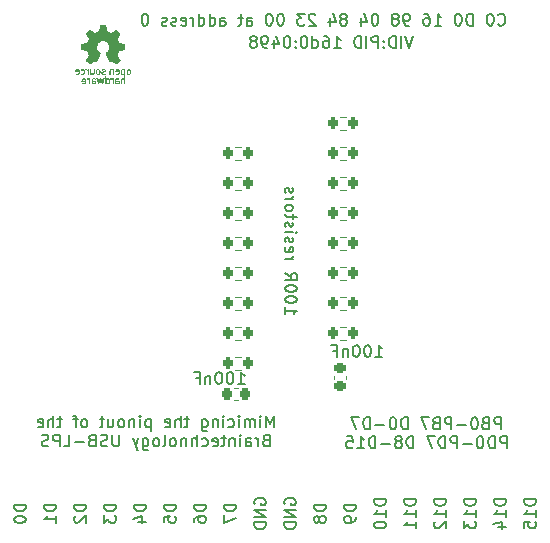
<source format=gbo>
%TF.GenerationSoftware,KiCad,Pcbnew,(6.0.0)*%
%TF.CreationDate,2022-03-13T18:37:57-04:00*%
%TF.ProjectId,buffer PCB,62756666-6572-4205-9043-422e6b696361,rev?*%
%TF.SameCoordinates,Original*%
%TF.FileFunction,Legend,Bot*%
%TF.FilePolarity,Positive*%
%FSLAX46Y46*%
G04 Gerber Fmt 4.6, Leading zero omitted, Abs format (unit mm)*
G04 Created by KiCad (PCBNEW (6.0.0)) date 2022-03-13 18:37:57*
%MOMM*%
%LPD*%
G01*
G04 APERTURE LIST*
G04 Aperture macros list*
%AMRoundRect*
0 Rectangle with rounded corners*
0 $1 Rounding radius*
0 $2 $3 $4 $5 $6 $7 $8 $9 X,Y pos of 4 corners*
0 Add a 4 corners polygon primitive as box body*
4,1,4,$2,$3,$4,$5,$6,$7,$8,$9,$2,$3,0*
0 Add four circle primitives for the rounded corners*
1,1,$1+$1,$2,$3*
1,1,$1+$1,$4,$5*
1,1,$1+$1,$6,$7*
1,1,$1+$1,$8,$9*
0 Add four rect primitives between the rounded corners*
20,1,$1+$1,$2,$3,$4,$5,0*
20,1,$1+$1,$4,$5,$6,$7,0*
20,1,$1+$1,$6,$7,$8,$9,0*
20,1,$1+$1,$8,$9,$2,$3,0*%
G04 Aperture macros list end*
%ADD10C,0.150000*%
%ADD11C,0.120000*%
%ADD12R,1.700000X1.700000*%
%ADD13O,1.700000X1.700000*%
%ADD14C,2.700000*%
%ADD15R,1.600000X1.600000*%
%ADD16O,1.600000X1.600000*%
%ADD17RoundRect,0.200000X-0.200000X-0.275000X0.200000X-0.275000X0.200000X0.275000X-0.200000X0.275000X0*%
%ADD18RoundRect,0.200000X0.200000X0.275000X-0.200000X0.275000X-0.200000X-0.275000X0.200000X-0.275000X0*%
%ADD19RoundRect,0.225000X0.225000X0.250000X-0.225000X0.250000X-0.225000X-0.250000X0.225000X-0.250000X0*%
%ADD20RoundRect,0.225000X0.250000X-0.225000X0.250000X0.225000X-0.250000X0.225000X-0.250000X-0.225000X0*%
G04 APERTURE END LIST*
D10*
X137197314Y-114785580D02*
X137197314Y-113785580D01*
X136816361Y-113785580D01*
X136721123Y-113833200D01*
X136673504Y-113880819D01*
X136625885Y-113976057D01*
X136625885Y-114118914D01*
X136673504Y-114214152D01*
X136721123Y-114261771D01*
X136816361Y-114309390D01*
X137197314Y-114309390D01*
X135863980Y-114261771D02*
X135721123Y-114309390D01*
X135673504Y-114357009D01*
X135625885Y-114452247D01*
X135625885Y-114595104D01*
X135673504Y-114690342D01*
X135721123Y-114737961D01*
X135816361Y-114785580D01*
X136197314Y-114785580D01*
X136197314Y-113785580D01*
X135863980Y-113785580D01*
X135768742Y-113833200D01*
X135721123Y-113880819D01*
X135673504Y-113976057D01*
X135673504Y-114071295D01*
X135721123Y-114166533D01*
X135768742Y-114214152D01*
X135863980Y-114261771D01*
X136197314Y-114261771D01*
X135006838Y-113785580D02*
X134911600Y-113785580D01*
X134816361Y-113833200D01*
X134768742Y-113880819D01*
X134721123Y-113976057D01*
X134673504Y-114166533D01*
X134673504Y-114404628D01*
X134721123Y-114595104D01*
X134768742Y-114690342D01*
X134816361Y-114737961D01*
X134911600Y-114785580D01*
X135006838Y-114785580D01*
X135102076Y-114737961D01*
X135149695Y-114690342D01*
X135197314Y-114595104D01*
X135244933Y-114404628D01*
X135244933Y-114166533D01*
X135197314Y-113976057D01*
X135149695Y-113880819D01*
X135102076Y-113833200D01*
X135006838Y-113785580D01*
X134244933Y-114404628D02*
X133483028Y-114404628D01*
X133006838Y-114785580D02*
X133006838Y-113785580D01*
X132625885Y-113785580D01*
X132530647Y-113833200D01*
X132483028Y-113880819D01*
X132435409Y-113976057D01*
X132435409Y-114118914D01*
X132483028Y-114214152D01*
X132530647Y-114261771D01*
X132625885Y-114309390D01*
X133006838Y-114309390D01*
X131673504Y-114261771D02*
X131530647Y-114309390D01*
X131483028Y-114357009D01*
X131435409Y-114452247D01*
X131435409Y-114595104D01*
X131483028Y-114690342D01*
X131530647Y-114737961D01*
X131625885Y-114785580D01*
X132006838Y-114785580D01*
X132006838Y-113785580D01*
X131673504Y-113785580D01*
X131578266Y-113833200D01*
X131530647Y-113880819D01*
X131483028Y-113976057D01*
X131483028Y-114071295D01*
X131530647Y-114166533D01*
X131578266Y-114214152D01*
X131673504Y-114261771D01*
X132006838Y-114261771D01*
X131102076Y-113785580D02*
X130435409Y-113785580D01*
X130863980Y-114785580D01*
X129292552Y-114785580D02*
X129292552Y-113785580D01*
X129054457Y-113785580D01*
X128911600Y-113833200D01*
X128816361Y-113928438D01*
X128768742Y-114023676D01*
X128721123Y-114214152D01*
X128721123Y-114357009D01*
X128768742Y-114547485D01*
X128816361Y-114642723D01*
X128911600Y-114737961D01*
X129054457Y-114785580D01*
X129292552Y-114785580D01*
X128102076Y-113785580D02*
X128006838Y-113785580D01*
X127911600Y-113833200D01*
X127863980Y-113880819D01*
X127816361Y-113976057D01*
X127768742Y-114166533D01*
X127768742Y-114404628D01*
X127816361Y-114595104D01*
X127863980Y-114690342D01*
X127911600Y-114737961D01*
X128006838Y-114785580D01*
X128102076Y-114785580D01*
X128197314Y-114737961D01*
X128244933Y-114690342D01*
X128292552Y-114595104D01*
X128340171Y-114404628D01*
X128340171Y-114166533D01*
X128292552Y-113976057D01*
X128244933Y-113880819D01*
X128197314Y-113833200D01*
X128102076Y-113785580D01*
X127340171Y-114404628D02*
X126578266Y-114404628D01*
X126102076Y-114785580D02*
X126102076Y-113785580D01*
X125863980Y-113785580D01*
X125721123Y-113833200D01*
X125625885Y-113928438D01*
X125578266Y-114023676D01*
X125530647Y-114214152D01*
X125530647Y-114357009D01*
X125578266Y-114547485D01*
X125625885Y-114642723D01*
X125721123Y-114737961D01*
X125863980Y-114785580D01*
X126102076Y-114785580D01*
X125197314Y-113785580D02*
X124530647Y-113785580D01*
X124959219Y-114785580D01*
X137673504Y-116395580D02*
X137673504Y-115395580D01*
X137292552Y-115395580D01*
X137197314Y-115443200D01*
X137149695Y-115490819D01*
X137102076Y-115586057D01*
X137102076Y-115728914D01*
X137149695Y-115824152D01*
X137197314Y-115871771D01*
X137292552Y-115919390D01*
X137673504Y-115919390D01*
X136673504Y-116395580D02*
X136673504Y-115395580D01*
X136435409Y-115395580D01*
X136292552Y-115443200D01*
X136197314Y-115538438D01*
X136149695Y-115633676D01*
X136102076Y-115824152D01*
X136102076Y-115967009D01*
X136149695Y-116157485D01*
X136197314Y-116252723D01*
X136292552Y-116347961D01*
X136435409Y-116395580D01*
X136673504Y-116395580D01*
X135483028Y-115395580D02*
X135387790Y-115395580D01*
X135292552Y-115443200D01*
X135244933Y-115490819D01*
X135197314Y-115586057D01*
X135149695Y-115776533D01*
X135149695Y-116014628D01*
X135197314Y-116205104D01*
X135244933Y-116300342D01*
X135292552Y-116347961D01*
X135387790Y-116395580D01*
X135483028Y-116395580D01*
X135578266Y-116347961D01*
X135625885Y-116300342D01*
X135673504Y-116205104D01*
X135721123Y-116014628D01*
X135721123Y-115776533D01*
X135673504Y-115586057D01*
X135625885Y-115490819D01*
X135578266Y-115443200D01*
X135483028Y-115395580D01*
X134721123Y-116014628D02*
X133959219Y-116014628D01*
X133483028Y-116395580D02*
X133483028Y-115395580D01*
X133102076Y-115395580D01*
X133006838Y-115443200D01*
X132959219Y-115490819D01*
X132911600Y-115586057D01*
X132911600Y-115728914D01*
X132959219Y-115824152D01*
X133006838Y-115871771D01*
X133102076Y-115919390D01*
X133483028Y-115919390D01*
X132483028Y-116395580D02*
X132483028Y-115395580D01*
X132244933Y-115395580D01*
X132102076Y-115443200D01*
X132006838Y-115538438D01*
X131959219Y-115633676D01*
X131911600Y-115824152D01*
X131911600Y-115967009D01*
X131959219Y-116157485D01*
X132006838Y-116252723D01*
X132102076Y-116347961D01*
X132244933Y-116395580D01*
X132483028Y-116395580D01*
X131578266Y-115395580D02*
X130911600Y-115395580D01*
X131340171Y-116395580D01*
X129768742Y-116395580D02*
X129768742Y-115395580D01*
X129530647Y-115395580D01*
X129387790Y-115443200D01*
X129292552Y-115538438D01*
X129244933Y-115633676D01*
X129197314Y-115824152D01*
X129197314Y-115967009D01*
X129244933Y-116157485D01*
X129292552Y-116252723D01*
X129387790Y-116347961D01*
X129530647Y-116395580D01*
X129768742Y-116395580D01*
X128625885Y-115824152D02*
X128721123Y-115776533D01*
X128768742Y-115728914D01*
X128816361Y-115633676D01*
X128816361Y-115586057D01*
X128768742Y-115490819D01*
X128721123Y-115443200D01*
X128625885Y-115395580D01*
X128435409Y-115395580D01*
X128340171Y-115443200D01*
X128292552Y-115490819D01*
X128244933Y-115586057D01*
X128244933Y-115633676D01*
X128292552Y-115728914D01*
X128340171Y-115776533D01*
X128435409Y-115824152D01*
X128625885Y-115824152D01*
X128721123Y-115871771D01*
X128768742Y-115919390D01*
X128816361Y-116014628D01*
X128816361Y-116205104D01*
X128768742Y-116300342D01*
X128721123Y-116347961D01*
X128625885Y-116395580D01*
X128435409Y-116395580D01*
X128340171Y-116347961D01*
X128292552Y-116300342D01*
X128244933Y-116205104D01*
X128244933Y-116014628D01*
X128292552Y-115919390D01*
X128340171Y-115871771D01*
X128435409Y-115824152D01*
X127816361Y-116014628D02*
X127054457Y-116014628D01*
X126578266Y-116395580D02*
X126578266Y-115395580D01*
X126340171Y-115395580D01*
X126197314Y-115443200D01*
X126102076Y-115538438D01*
X126054457Y-115633676D01*
X126006838Y-115824152D01*
X126006838Y-115967009D01*
X126054457Y-116157485D01*
X126102076Y-116252723D01*
X126197314Y-116347961D01*
X126340171Y-116395580D01*
X126578266Y-116395580D01*
X125054457Y-116395580D02*
X125625885Y-116395580D01*
X125340171Y-116395580D02*
X125340171Y-115395580D01*
X125435409Y-115538438D01*
X125530647Y-115633676D01*
X125625885Y-115681295D01*
X124149695Y-115395580D02*
X124625885Y-115395580D01*
X124673504Y-115871771D01*
X124625885Y-115824152D01*
X124530647Y-115776533D01*
X124292552Y-115776533D01*
X124197314Y-115824152D01*
X124149695Y-115871771D01*
X124102076Y-115967009D01*
X124102076Y-116205104D01*
X124149695Y-116300342D01*
X124197314Y-116347961D01*
X124292552Y-116395580D01*
X124530647Y-116395580D01*
X124625885Y-116347961D01*
X124673504Y-116300342D01*
X114752380Y-121181904D02*
X113752380Y-121181904D01*
X113752380Y-121420000D01*
X113800000Y-121562857D01*
X113895238Y-121658095D01*
X113990476Y-121705714D01*
X114180952Y-121753333D01*
X114323809Y-121753333D01*
X114514285Y-121705714D01*
X114609523Y-121658095D01*
X114704761Y-121562857D01*
X114752380Y-121420000D01*
X114752380Y-121181904D01*
X113752380Y-122086666D02*
X113752380Y-122753333D01*
X114752380Y-122324761D01*
X112212380Y-121181904D02*
X111212380Y-121181904D01*
X111212380Y-121420000D01*
X111260000Y-121562857D01*
X111355238Y-121658095D01*
X111450476Y-121705714D01*
X111640952Y-121753333D01*
X111783809Y-121753333D01*
X111974285Y-121705714D01*
X112069523Y-121658095D01*
X112164761Y-121562857D01*
X112212380Y-121420000D01*
X112212380Y-121181904D01*
X111212380Y-122610476D02*
X111212380Y-122420000D01*
X111260000Y-122324761D01*
X111307619Y-122277142D01*
X111450476Y-122181904D01*
X111640952Y-122134285D01*
X112021904Y-122134285D01*
X112117142Y-122181904D01*
X112164761Y-122229523D01*
X112212380Y-122324761D01*
X112212380Y-122515238D01*
X112164761Y-122610476D01*
X112117142Y-122658095D01*
X112021904Y-122705714D01*
X111783809Y-122705714D01*
X111688571Y-122658095D01*
X111640952Y-122610476D01*
X111593333Y-122515238D01*
X111593333Y-122324761D01*
X111640952Y-122229523D01*
X111688571Y-122181904D01*
X111783809Y-122134285D01*
X116340000Y-121158095D02*
X116292380Y-121062857D01*
X116292380Y-120920000D01*
X116340000Y-120777142D01*
X116435238Y-120681904D01*
X116530476Y-120634285D01*
X116720952Y-120586666D01*
X116863809Y-120586666D01*
X117054285Y-120634285D01*
X117149523Y-120681904D01*
X117244761Y-120777142D01*
X117292380Y-120920000D01*
X117292380Y-121015238D01*
X117244761Y-121158095D01*
X117197142Y-121205714D01*
X116863809Y-121205714D01*
X116863809Y-121015238D01*
X117292380Y-121634285D02*
X116292380Y-121634285D01*
X117292380Y-122205714D01*
X116292380Y-122205714D01*
X117292380Y-122681904D02*
X116292380Y-122681904D01*
X116292380Y-122920000D01*
X116340000Y-123062857D01*
X116435238Y-123158095D01*
X116530476Y-123205714D01*
X116720952Y-123253333D01*
X116863809Y-123253333D01*
X117054285Y-123205714D01*
X117149523Y-123158095D01*
X117244761Y-123062857D01*
X117292380Y-122920000D01*
X117292380Y-122681904D01*
X99512380Y-121181904D02*
X98512380Y-121181904D01*
X98512380Y-121420000D01*
X98560000Y-121562857D01*
X98655238Y-121658095D01*
X98750476Y-121705714D01*
X98940952Y-121753333D01*
X99083809Y-121753333D01*
X99274285Y-121705714D01*
X99369523Y-121658095D01*
X99464761Y-121562857D01*
X99512380Y-121420000D01*
X99512380Y-121181904D01*
X99512380Y-122705714D02*
X99512380Y-122134285D01*
X99512380Y-122420000D02*
X98512380Y-122420000D01*
X98655238Y-122324761D01*
X98750476Y-122229523D01*
X98798095Y-122134285D01*
X127452380Y-120705714D02*
X126452380Y-120705714D01*
X126452380Y-120943809D01*
X126500000Y-121086666D01*
X126595238Y-121181904D01*
X126690476Y-121229523D01*
X126880952Y-121277142D01*
X127023809Y-121277142D01*
X127214285Y-121229523D01*
X127309523Y-121181904D01*
X127404761Y-121086666D01*
X127452380Y-120943809D01*
X127452380Y-120705714D01*
X127452380Y-122229523D02*
X127452380Y-121658095D01*
X127452380Y-121943809D02*
X126452380Y-121943809D01*
X126595238Y-121848571D01*
X126690476Y-121753333D01*
X126738095Y-121658095D01*
X126452380Y-122848571D02*
X126452380Y-122943809D01*
X126500000Y-123039047D01*
X126547619Y-123086666D01*
X126642857Y-123134285D01*
X126833333Y-123181904D01*
X127071428Y-123181904D01*
X127261904Y-123134285D01*
X127357142Y-123086666D01*
X127404761Y-123039047D01*
X127452380Y-122943809D01*
X127452380Y-122848571D01*
X127404761Y-122753333D01*
X127357142Y-122705714D01*
X127261904Y-122658095D01*
X127071428Y-122610476D01*
X126833333Y-122610476D01*
X126642857Y-122658095D01*
X126547619Y-122705714D01*
X126500000Y-122753333D01*
X126452380Y-122848571D01*
X122372380Y-121181904D02*
X121372380Y-121181904D01*
X121372380Y-121420000D01*
X121420000Y-121562857D01*
X121515238Y-121658095D01*
X121610476Y-121705714D01*
X121800952Y-121753333D01*
X121943809Y-121753333D01*
X122134285Y-121705714D01*
X122229523Y-121658095D01*
X122324761Y-121562857D01*
X122372380Y-121420000D01*
X122372380Y-121181904D01*
X121800952Y-122324761D02*
X121753333Y-122229523D01*
X121705714Y-122181904D01*
X121610476Y-122134285D01*
X121562857Y-122134285D01*
X121467619Y-122181904D01*
X121420000Y-122229523D01*
X121372380Y-122324761D01*
X121372380Y-122515238D01*
X121420000Y-122610476D01*
X121467619Y-122658095D01*
X121562857Y-122705714D01*
X121610476Y-122705714D01*
X121705714Y-122658095D01*
X121753333Y-122610476D01*
X121800952Y-122515238D01*
X121800952Y-122324761D01*
X121848571Y-122229523D01*
X121896190Y-122181904D01*
X121991428Y-122134285D01*
X122181904Y-122134285D01*
X122277142Y-122181904D01*
X122324761Y-122229523D01*
X122372380Y-122324761D01*
X122372380Y-122515238D01*
X122324761Y-122610476D01*
X122277142Y-122658095D01*
X122181904Y-122705714D01*
X121991428Y-122705714D01*
X121896190Y-122658095D01*
X121848571Y-122610476D01*
X121800952Y-122515238D01*
X102052380Y-121181904D02*
X101052380Y-121181904D01*
X101052380Y-121420000D01*
X101100000Y-121562857D01*
X101195238Y-121658095D01*
X101290476Y-121705714D01*
X101480952Y-121753333D01*
X101623809Y-121753333D01*
X101814285Y-121705714D01*
X101909523Y-121658095D01*
X102004761Y-121562857D01*
X102052380Y-121420000D01*
X102052380Y-121181904D01*
X101147619Y-122134285D02*
X101100000Y-122181904D01*
X101052380Y-122277142D01*
X101052380Y-122515238D01*
X101100000Y-122610476D01*
X101147619Y-122658095D01*
X101242857Y-122705714D01*
X101338095Y-122705714D01*
X101480952Y-122658095D01*
X102052380Y-122086666D01*
X102052380Y-122705714D01*
X118880000Y-121158095D02*
X118832380Y-121062857D01*
X118832380Y-120920000D01*
X118880000Y-120777142D01*
X118975238Y-120681904D01*
X119070476Y-120634285D01*
X119260952Y-120586666D01*
X119403809Y-120586666D01*
X119594285Y-120634285D01*
X119689523Y-120681904D01*
X119784761Y-120777142D01*
X119832380Y-120920000D01*
X119832380Y-121015238D01*
X119784761Y-121158095D01*
X119737142Y-121205714D01*
X119403809Y-121205714D01*
X119403809Y-121015238D01*
X119832380Y-121634285D02*
X118832380Y-121634285D01*
X119832380Y-122205714D01*
X118832380Y-122205714D01*
X119832380Y-122681904D02*
X118832380Y-122681904D01*
X118832380Y-122920000D01*
X118880000Y-123062857D01*
X118975238Y-123158095D01*
X119070476Y-123205714D01*
X119260952Y-123253333D01*
X119403809Y-123253333D01*
X119594285Y-123205714D01*
X119689523Y-123158095D01*
X119784761Y-123062857D01*
X119832380Y-122920000D01*
X119832380Y-122681904D01*
X140152380Y-120705714D02*
X139152380Y-120705714D01*
X139152380Y-120943809D01*
X139200000Y-121086666D01*
X139295238Y-121181904D01*
X139390476Y-121229523D01*
X139580952Y-121277142D01*
X139723809Y-121277142D01*
X139914285Y-121229523D01*
X140009523Y-121181904D01*
X140104761Y-121086666D01*
X140152380Y-120943809D01*
X140152380Y-120705714D01*
X140152380Y-122229523D02*
X140152380Y-121658095D01*
X140152380Y-121943809D02*
X139152380Y-121943809D01*
X139295238Y-121848571D01*
X139390476Y-121753333D01*
X139438095Y-121658095D01*
X139152380Y-123134285D02*
X139152380Y-122658095D01*
X139628571Y-122610476D01*
X139580952Y-122658095D01*
X139533333Y-122753333D01*
X139533333Y-122991428D01*
X139580952Y-123086666D01*
X139628571Y-123134285D01*
X139723809Y-123181904D01*
X139961904Y-123181904D01*
X140057142Y-123134285D01*
X140104761Y-123086666D01*
X140152380Y-122991428D01*
X140152380Y-122753333D01*
X140104761Y-122658095D01*
X140057142Y-122610476D01*
X117976990Y-114633180D02*
X117976990Y-113633180D01*
X117643657Y-114347466D01*
X117310323Y-113633180D01*
X117310323Y-114633180D01*
X116834133Y-114633180D02*
X116834133Y-113966514D01*
X116834133Y-113633180D02*
X116881752Y-113680800D01*
X116834133Y-113728419D01*
X116786514Y-113680800D01*
X116834133Y-113633180D01*
X116834133Y-113728419D01*
X116357942Y-114633180D02*
X116357942Y-113966514D01*
X116357942Y-114061752D02*
X116310323Y-114014133D01*
X116215085Y-113966514D01*
X116072228Y-113966514D01*
X115976990Y-114014133D01*
X115929371Y-114109371D01*
X115929371Y-114633180D01*
X115929371Y-114109371D02*
X115881752Y-114014133D01*
X115786514Y-113966514D01*
X115643657Y-113966514D01*
X115548419Y-114014133D01*
X115500800Y-114109371D01*
X115500800Y-114633180D01*
X115024609Y-114633180D02*
X115024609Y-113966514D01*
X115024609Y-113633180D02*
X115072228Y-113680800D01*
X115024609Y-113728419D01*
X114976990Y-113680800D01*
X115024609Y-113633180D01*
X115024609Y-113728419D01*
X114119847Y-114585561D02*
X114215085Y-114633180D01*
X114405561Y-114633180D01*
X114500800Y-114585561D01*
X114548419Y-114537942D01*
X114596038Y-114442704D01*
X114596038Y-114156990D01*
X114548419Y-114061752D01*
X114500800Y-114014133D01*
X114405561Y-113966514D01*
X114215085Y-113966514D01*
X114119847Y-114014133D01*
X113691276Y-114633180D02*
X113691276Y-113966514D01*
X113691276Y-113633180D02*
X113738895Y-113680800D01*
X113691276Y-113728419D01*
X113643657Y-113680800D01*
X113691276Y-113633180D01*
X113691276Y-113728419D01*
X113215085Y-113966514D02*
X113215085Y-114633180D01*
X113215085Y-114061752D02*
X113167466Y-114014133D01*
X113072228Y-113966514D01*
X112929371Y-113966514D01*
X112834133Y-114014133D01*
X112786514Y-114109371D01*
X112786514Y-114633180D01*
X111881752Y-113966514D02*
X111881752Y-114776038D01*
X111929371Y-114871276D01*
X111976990Y-114918895D01*
X112072228Y-114966514D01*
X112215085Y-114966514D01*
X112310323Y-114918895D01*
X111881752Y-114585561D02*
X111976990Y-114633180D01*
X112167466Y-114633180D01*
X112262704Y-114585561D01*
X112310323Y-114537942D01*
X112357942Y-114442704D01*
X112357942Y-114156990D01*
X112310323Y-114061752D01*
X112262704Y-114014133D01*
X112167466Y-113966514D01*
X111976990Y-113966514D01*
X111881752Y-114014133D01*
X110786514Y-113966514D02*
X110405561Y-113966514D01*
X110643657Y-113633180D02*
X110643657Y-114490323D01*
X110596038Y-114585561D01*
X110500800Y-114633180D01*
X110405561Y-114633180D01*
X110072228Y-114633180D02*
X110072228Y-113633180D01*
X109643657Y-114633180D02*
X109643657Y-114109371D01*
X109691276Y-114014133D01*
X109786514Y-113966514D01*
X109929371Y-113966514D01*
X110024609Y-114014133D01*
X110072228Y-114061752D01*
X108786514Y-114585561D02*
X108881752Y-114633180D01*
X109072228Y-114633180D01*
X109167466Y-114585561D01*
X109215085Y-114490323D01*
X109215085Y-114109371D01*
X109167466Y-114014133D01*
X109072228Y-113966514D01*
X108881752Y-113966514D01*
X108786514Y-114014133D01*
X108738895Y-114109371D01*
X108738895Y-114204609D01*
X109215085Y-114299847D01*
X107548419Y-113966514D02*
X107548419Y-114966514D01*
X107548419Y-114014133D02*
X107453180Y-113966514D01*
X107262704Y-113966514D01*
X107167466Y-114014133D01*
X107119847Y-114061752D01*
X107072228Y-114156990D01*
X107072228Y-114442704D01*
X107119847Y-114537942D01*
X107167466Y-114585561D01*
X107262704Y-114633180D01*
X107453180Y-114633180D01*
X107548419Y-114585561D01*
X106643657Y-114633180D02*
X106643657Y-113966514D01*
X106643657Y-113633180D02*
X106691276Y-113680800D01*
X106643657Y-113728419D01*
X106596038Y-113680800D01*
X106643657Y-113633180D01*
X106643657Y-113728419D01*
X106167466Y-113966514D02*
X106167466Y-114633180D01*
X106167466Y-114061752D02*
X106119847Y-114014133D01*
X106024609Y-113966514D01*
X105881752Y-113966514D01*
X105786514Y-114014133D01*
X105738895Y-114109371D01*
X105738895Y-114633180D01*
X105119847Y-114633180D02*
X105215085Y-114585561D01*
X105262704Y-114537942D01*
X105310323Y-114442704D01*
X105310323Y-114156990D01*
X105262704Y-114061752D01*
X105215085Y-114014133D01*
X105119847Y-113966514D01*
X104976990Y-113966514D01*
X104881752Y-114014133D01*
X104834133Y-114061752D01*
X104786514Y-114156990D01*
X104786514Y-114442704D01*
X104834133Y-114537942D01*
X104881752Y-114585561D01*
X104976990Y-114633180D01*
X105119847Y-114633180D01*
X103929371Y-113966514D02*
X103929371Y-114633180D01*
X104357942Y-113966514D02*
X104357942Y-114490323D01*
X104310323Y-114585561D01*
X104215085Y-114633180D01*
X104072228Y-114633180D01*
X103976990Y-114585561D01*
X103929371Y-114537942D01*
X103596038Y-113966514D02*
X103215085Y-113966514D01*
X103453180Y-113633180D02*
X103453180Y-114490323D01*
X103405561Y-114585561D01*
X103310323Y-114633180D01*
X103215085Y-114633180D01*
X101976990Y-114633180D02*
X102072228Y-114585561D01*
X102119847Y-114537942D01*
X102167466Y-114442704D01*
X102167466Y-114156990D01*
X102119847Y-114061752D01*
X102072228Y-114014133D01*
X101976990Y-113966514D01*
X101834133Y-113966514D01*
X101738895Y-114014133D01*
X101691276Y-114061752D01*
X101643657Y-114156990D01*
X101643657Y-114442704D01*
X101691276Y-114537942D01*
X101738895Y-114585561D01*
X101834133Y-114633180D01*
X101976990Y-114633180D01*
X101357942Y-113966514D02*
X100976990Y-113966514D01*
X101215085Y-114633180D02*
X101215085Y-113776038D01*
X101167466Y-113680800D01*
X101072228Y-113633180D01*
X100976990Y-113633180D01*
X100024609Y-113966514D02*
X99643657Y-113966514D01*
X99881752Y-113633180D02*
X99881752Y-114490323D01*
X99834133Y-114585561D01*
X99738895Y-114633180D01*
X99643657Y-114633180D01*
X99310323Y-114633180D02*
X99310323Y-113633180D01*
X98881752Y-114633180D02*
X98881752Y-114109371D01*
X98929371Y-114014133D01*
X99024609Y-113966514D01*
X99167466Y-113966514D01*
X99262704Y-114014133D01*
X99310323Y-114061752D01*
X98024609Y-114585561D02*
X98119847Y-114633180D01*
X98310323Y-114633180D01*
X98405561Y-114585561D01*
X98453180Y-114490323D01*
X98453180Y-114109371D01*
X98405561Y-114014133D01*
X98310323Y-113966514D01*
X98119847Y-113966514D01*
X98024609Y-114014133D01*
X97976990Y-114109371D01*
X97976990Y-114204609D01*
X98453180Y-114299847D01*
X117310323Y-115719371D02*
X117167466Y-115766990D01*
X117119847Y-115814609D01*
X117072228Y-115909847D01*
X117072228Y-116052704D01*
X117119847Y-116147942D01*
X117167466Y-116195561D01*
X117262704Y-116243180D01*
X117643657Y-116243180D01*
X117643657Y-115243180D01*
X117310323Y-115243180D01*
X117215085Y-115290800D01*
X117167466Y-115338419D01*
X117119847Y-115433657D01*
X117119847Y-115528895D01*
X117167466Y-115624133D01*
X117215085Y-115671752D01*
X117310323Y-115719371D01*
X117643657Y-115719371D01*
X116643657Y-116243180D02*
X116643657Y-115576514D01*
X116643657Y-115766990D02*
X116596038Y-115671752D01*
X116548419Y-115624133D01*
X116453180Y-115576514D01*
X116357942Y-115576514D01*
X115596038Y-116243180D02*
X115596038Y-115719371D01*
X115643657Y-115624133D01*
X115738895Y-115576514D01*
X115929371Y-115576514D01*
X116024609Y-115624133D01*
X115596038Y-116195561D02*
X115691276Y-116243180D01*
X115929371Y-116243180D01*
X116024609Y-116195561D01*
X116072228Y-116100323D01*
X116072228Y-116005085D01*
X116024609Y-115909847D01*
X115929371Y-115862228D01*
X115691276Y-115862228D01*
X115596038Y-115814609D01*
X115119847Y-116243180D02*
X115119847Y-115576514D01*
X115119847Y-115243180D02*
X115167466Y-115290800D01*
X115119847Y-115338419D01*
X115072228Y-115290800D01*
X115119847Y-115243180D01*
X115119847Y-115338419D01*
X114643657Y-115576514D02*
X114643657Y-116243180D01*
X114643657Y-115671752D02*
X114596038Y-115624133D01*
X114500800Y-115576514D01*
X114357942Y-115576514D01*
X114262704Y-115624133D01*
X114215085Y-115719371D01*
X114215085Y-116243180D01*
X113881752Y-115576514D02*
X113500800Y-115576514D01*
X113738895Y-115243180D02*
X113738895Y-116100323D01*
X113691276Y-116195561D01*
X113596038Y-116243180D01*
X113500800Y-116243180D01*
X112786514Y-116195561D02*
X112881752Y-116243180D01*
X113072228Y-116243180D01*
X113167466Y-116195561D01*
X113215085Y-116100323D01*
X113215085Y-115719371D01*
X113167466Y-115624133D01*
X113072228Y-115576514D01*
X112881752Y-115576514D01*
X112786514Y-115624133D01*
X112738895Y-115719371D01*
X112738895Y-115814609D01*
X113215085Y-115909847D01*
X111881752Y-116195561D02*
X111976990Y-116243180D01*
X112167466Y-116243180D01*
X112262704Y-116195561D01*
X112310323Y-116147942D01*
X112357942Y-116052704D01*
X112357942Y-115766990D01*
X112310323Y-115671752D01*
X112262704Y-115624133D01*
X112167466Y-115576514D01*
X111976990Y-115576514D01*
X111881752Y-115624133D01*
X111453180Y-116243180D02*
X111453180Y-115243180D01*
X111024609Y-116243180D02*
X111024609Y-115719371D01*
X111072228Y-115624133D01*
X111167466Y-115576514D01*
X111310323Y-115576514D01*
X111405561Y-115624133D01*
X111453180Y-115671752D01*
X110548419Y-115576514D02*
X110548419Y-116243180D01*
X110548419Y-115671752D02*
X110500800Y-115624133D01*
X110405561Y-115576514D01*
X110262704Y-115576514D01*
X110167466Y-115624133D01*
X110119847Y-115719371D01*
X110119847Y-116243180D01*
X109500800Y-116243180D02*
X109596038Y-116195561D01*
X109643657Y-116147942D01*
X109691276Y-116052704D01*
X109691276Y-115766990D01*
X109643657Y-115671752D01*
X109596038Y-115624133D01*
X109500800Y-115576514D01*
X109357942Y-115576514D01*
X109262704Y-115624133D01*
X109215085Y-115671752D01*
X109167466Y-115766990D01*
X109167466Y-116052704D01*
X109215085Y-116147942D01*
X109262704Y-116195561D01*
X109357942Y-116243180D01*
X109500800Y-116243180D01*
X108596038Y-116243180D02*
X108691276Y-116195561D01*
X108738895Y-116100323D01*
X108738895Y-115243180D01*
X108072228Y-116243180D02*
X108167466Y-116195561D01*
X108215085Y-116147942D01*
X108262704Y-116052704D01*
X108262704Y-115766990D01*
X108215085Y-115671752D01*
X108167466Y-115624133D01*
X108072228Y-115576514D01*
X107929371Y-115576514D01*
X107834133Y-115624133D01*
X107786514Y-115671752D01*
X107738895Y-115766990D01*
X107738895Y-116052704D01*
X107786514Y-116147942D01*
X107834133Y-116195561D01*
X107929371Y-116243180D01*
X108072228Y-116243180D01*
X106881752Y-115576514D02*
X106881752Y-116386038D01*
X106929371Y-116481276D01*
X106976990Y-116528895D01*
X107072228Y-116576514D01*
X107215085Y-116576514D01*
X107310323Y-116528895D01*
X106881752Y-116195561D02*
X106976990Y-116243180D01*
X107167466Y-116243180D01*
X107262704Y-116195561D01*
X107310323Y-116147942D01*
X107357942Y-116052704D01*
X107357942Y-115766990D01*
X107310323Y-115671752D01*
X107262704Y-115624133D01*
X107167466Y-115576514D01*
X106976990Y-115576514D01*
X106881752Y-115624133D01*
X106500800Y-115576514D02*
X106262704Y-116243180D01*
X106024609Y-115576514D02*
X106262704Y-116243180D01*
X106357942Y-116481276D01*
X106405561Y-116528895D01*
X106500800Y-116576514D01*
X104881752Y-115243180D02*
X104881752Y-116052704D01*
X104834133Y-116147942D01*
X104786514Y-116195561D01*
X104691276Y-116243180D01*
X104500800Y-116243180D01*
X104405561Y-116195561D01*
X104357942Y-116147942D01*
X104310323Y-116052704D01*
X104310323Y-115243180D01*
X103881752Y-116195561D02*
X103738895Y-116243180D01*
X103500800Y-116243180D01*
X103405561Y-116195561D01*
X103357942Y-116147942D01*
X103310323Y-116052704D01*
X103310323Y-115957466D01*
X103357942Y-115862228D01*
X103405561Y-115814609D01*
X103500800Y-115766990D01*
X103691276Y-115719371D01*
X103786514Y-115671752D01*
X103834133Y-115624133D01*
X103881752Y-115528895D01*
X103881752Y-115433657D01*
X103834133Y-115338419D01*
X103786514Y-115290800D01*
X103691276Y-115243180D01*
X103453180Y-115243180D01*
X103310323Y-115290800D01*
X102548419Y-115719371D02*
X102405561Y-115766990D01*
X102357942Y-115814609D01*
X102310323Y-115909847D01*
X102310323Y-116052704D01*
X102357942Y-116147942D01*
X102405561Y-116195561D01*
X102500800Y-116243180D01*
X102881752Y-116243180D01*
X102881752Y-115243180D01*
X102548419Y-115243180D01*
X102453180Y-115290800D01*
X102405561Y-115338419D01*
X102357942Y-115433657D01*
X102357942Y-115528895D01*
X102405561Y-115624133D01*
X102453180Y-115671752D01*
X102548419Y-115719371D01*
X102881752Y-115719371D01*
X101881752Y-115862228D02*
X101119847Y-115862228D01*
X100167466Y-116243180D02*
X100643657Y-116243180D01*
X100643657Y-115243180D01*
X99834133Y-116243180D02*
X99834133Y-115243180D01*
X99453180Y-115243180D01*
X99357942Y-115290800D01*
X99310323Y-115338419D01*
X99262704Y-115433657D01*
X99262704Y-115576514D01*
X99310323Y-115671752D01*
X99357942Y-115719371D01*
X99453180Y-115766990D01*
X99834133Y-115766990D01*
X98881752Y-116195561D02*
X98738895Y-116243180D01*
X98500800Y-116243180D01*
X98405561Y-116195561D01*
X98357942Y-116147942D01*
X98310323Y-116052704D01*
X98310323Y-115957466D01*
X98357942Y-115862228D01*
X98405561Y-115814609D01*
X98500800Y-115766990D01*
X98691276Y-115719371D01*
X98786514Y-115671752D01*
X98834133Y-115624133D01*
X98881752Y-115528895D01*
X98881752Y-115433657D01*
X98834133Y-115338419D01*
X98786514Y-115290800D01*
X98691276Y-115243180D01*
X98453180Y-115243180D01*
X98310323Y-115290800D01*
X104592380Y-121181904D02*
X103592380Y-121181904D01*
X103592380Y-121420000D01*
X103640000Y-121562857D01*
X103735238Y-121658095D01*
X103830476Y-121705714D01*
X104020952Y-121753333D01*
X104163809Y-121753333D01*
X104354285Y-121705714D01*
X104449523Y-121658095D01*
X104544761Y-121562857D01*
X104592380Y-121420000D01*
X104592380Y-121181904D01*
X103592380Y-122086666D02*
X103592380Y-122705714D01*
X103973333Y-122372380D01*
X103973333Y-122515238D01*
X104020952Y-122610476D01*
X104068571Y-122658095D01*
X104163809Y-122705714D01*
X104401904Y-122705714D01*
X104497142Y-122658095D01*
X104544761Y-122610476D01*
X104592380Y-122515238D01*
X104592380Y-122229523D01*
X104544761Y-122134285D01*
X104497142Y-122086666D01*
X137612380Y-120705714D02*
X136612380Y-120705714D01*
X136612380Y-120943809D01*
X136660000Y-121086666D01*
X136755238Y-121181904D01*
X136850476Y-121229523D01*
X137040952Y-121277142D01*
X137183809Y-121277142D01*
X137374285Y-121229523D01*
X137469523Y-121181904D01*
X137564761Y-121086666D01*
X137612380Y-120943809D01*
X137612380Y-120705714D01*
X137612380Y-122229523D02*
X137612380Y-121658095D01*
X137612380Y-121943809D02*
X136612380Y-121943809D01*
X136755238Y-121848571D01*
X136850476Y-121753333D01*
X136898095Y-121658095D01*
X136945714Y-123086666D02*
X137612380Y-123086666D01*
X136564761Y-122848571D02*
X137279047Y-122610476D01*
X137279047Y-123229523D01*
X135072380Y-120705714D02*
X134072380Y-120705714D01*
X134072380Y-120943809D01*
X134120000Y-121086666D01*
X134215238Y-121181904D01*
X134310476Y-121229523D01*
X134500952Y-121277142D01*
X134643809Y-121277142D01*
X134834285Y-121229523D01*
X134929523Y-121181904D01*
X135024761Y-121086666D01*
X135072380Y-120943809D01*
X135072380Y-120705714D01*
X135072380Y-122229523D02*
X135072380Y-121658095D01*
X135072380Y-121943809D02*
X134072380Y-121943809D01*
X134215238Y-121848571D01*
X134310476Y-121753333D01*
X134358095Y-121658095D01*
X134072380Y-122562857D02*
X134072380Y-123181904D01*
X134453333Y-122848571D01*
X134453333Y-122991428D01*
X134500952Y-123086666D01*
X134548571Y-123134285D01*
X134643809Y-123181904D01*
X134881904Y-123181904D01*
X134977142Y-123134285D01*
X135024761Y-123086666D01*
X135072380Y-122991428D01*
X135072380Y-122705714D01*
X135024761Y-122610476D01*
X134977142Y-122562857D01*
X96972380Y-121181904D02*
X95972380Y-121181904D01*
X95972380Y-121420000D01*
X96020000Y-121562857D01*
X96115238Y-121658095D01*
X96210476Y-121705714D01*
X96400952Y-121753333D01*
X96543809Y-121753333D01*
X96734285Y-121705714D01*
X96829523Y-121658095D01*
X96924761Y-121562857D01*
X96972380Y-121420000D01*
X96972380Y-121181904D01*
X95972380Y-122372380D02*
X95972380Y-122467619D01*
X96020000Y-122562857D01*
X96067619Y-122610476D01*
X96162857Y-122658095D01*
X96353333Y-122705714D01*
X96591428Y-122705714D01*
X96781904Y-122658095D01*
X96877142Y-122610476D01*
X96924761Y-122562857D01*
X96972380Y-122467619D01*
X96972380Y-122372380D01*
X96924761Y-122277142D01*
X96877142Y-122229523D01*
X96781904Y-122181904D01*
X96591428Y-122134285D01*
X96353333Y-122134285D01*
X96162857Y-122181904D01*
X96067619Y-122229523D01*
X96020000Y-122277142D01*
X95972380Y-122372380D01*
X109672380Y-121181904D02*
X108672380Y-121181904D01*
X108672380Y-121420000D01*
X108720000Y-121562857D01*
X108815238Y-121658095D01*
X108910476Y-121705714D01*
X109100952Y-121753333D01*
X109243809Y-121753333D01*
X109434285Y-121705714D01*
X109529523Y-121658095D01*
X109624761Y-121562857D01*
X109672380Y-121420000D01*
X109672380Y-121181904D01*
X108672380Y-122658095D02*
X108672380Y-122181904D01*
X109148571Y-122134285D01*
X109100952Y-122181904D01*
X109053333Y-122277142D01*
X109053333Y-122515238D01*
X109100952Y-122610476D01*
X109148571Y-122658095D01*
X109243809Y-122705714D01*
X109481904Y-122705714D01*
X109577142Y-122658095D01*
X109624761Y-122610476D01*
X109672380Y-122515238D01*
X109672380Y-122277142D01*
X109624761Y-122181904D01*
X109577142Y-122134285D01*
X132532380Y-120705714D02*
X131532380Y-120705714D01*
X131532380Y-120943809D01*
X131580000Y-121086666D01*
X131675238Y-121181904D01*
X131770476Y-121229523D01*
X131960952Y-121277142D01*
X132103809Y-121277142D01*
X132294285Y-121229523D01*
X132389523Y-121181904D01*
X132484761Y-121086666D01*
X132532380Y-120943809D01*
X132532380Y-120705714D01*
X132532380Y-122229523D02*
X132532380Y-121658095D01*
X132532380Y-121943809D02*
X131532380Y-121943809D01*
X131675238Y-121848571D01*
X131770476Y-121753333D01*
X131818095Y-121658095D01*
X131627619Y-122610476D02*
X131580000Y-122658095D01*
X131532380Y-122753333D01*
X131532380Y-122991428D01*
X131580000Y-123086666D01*
X131627619Y-123134285D01*
X131722857Y-123181904D01*
X131818095Y-123181904D01*
X131960952Y-123134285D01*
X132532380Y-122562857D01*
X132532380Y-123181904D01*
X129992380Y-120705714D02*
X128992380Y-120705714D01*
X128992380Y-120943809D01*
X129040000Y-121086666D01*
X129135238Y-121181904D01*
X129230476Y-121229523D01*
X129420952Y-121277142D01*
X129563809Y-121277142D01*
X129754285Y-121229523D01*
X129849523Y-121181904D01*
X129944761Y-121086666D01*
X129992380Y-120943809D01*
X129992380Y-120705714D01*
X129992380Y-122229523D02*
X129992380Y-121658095D01*
X129992380Y-121943809D02*
X128992380Y-121943809D01*
X129135238Y-121848571D01*
X129230476Y-121753333D01*
X129278095Y-121658095D01*
X129992380Y-123181904D02*
X129992380Y-122610476D01*
X129992380Y-122896190D02*
X128992380Y-122896190D01*
X129135238Y-122800952D01*
X129230476Y-122705714D01*
X129278095Y-122610476D01*
X124912380Y-121181904D02*
X123912380Y-121181904D01*
X123912380Y-121420000D01*
X123960000Y-121562857D01*
X124055238Y-121658095D01*
X124150476Y-121705714D01*
X124340952Y-121753333D01*
X124483809Y-121753333D01*
X124674285Y-121705714D01*
X124769523Y-121658095D01*
X124864761Y-121562857D01*
X124912380Y-121420000D01*
X124912380Y-121181904D01*
X124912380Y-122229523D02*
X124912380Y-122420000D01*
X124864761Y-122515238D01*
X124817142Y-122562857D01*
X124674285Y-122658095D01*
X124483809Y-122705714D01*
X124102857Y-122705714D01*
X124007619Y-122658095D01*
X123960000Y-122610476D01*
X123912380Y-122515238D01*
X123912380Y-122324761D01*
X123960000Y-122229523D01*
X124007619Y-122181904D01*
X124102857Y-122134285D01*
X124340952Y-122134285D01*
X124436190Y-122181904D01*
X124483809Y-122229523D01*
X124531428Y-122324761D01*
X124531428Y-122515238D01*
X124483809Y-122610476D01*
X124436190Y-122658095D01*
X124340952Y-122705714D01*
X129761380Y-81519780D02*
X129428047Y-82519780D01*
X129094714Y-81519780D01*
X128761380Y-82519780D02*
X128761380Y-81519780D01*
X128285190Y-82519780D02*
X128285190Y-81519780D01*
X128047095Y-81519780D01*
X127904238Y-81567400D01*
X127809000Y-81662638D01*
X127761380Y-81757876D01*
X127713761Y-81948352D01*
X127713761Y-82091209D01*
X127761380Y-82281685D01*
X127809000Y-82376923D01*
X127904238Y-82472161D01*
X128047095Y-82519780D01*
X128285190Y-82519780D01*
X127285190Y-82424542D02*
X127237571Y-82472161D01*
X127285190Y-82519780D01*
X127332809Y-82472161D01*
X127285190Y-82424542D01*
X127285190Y-82519780D01*
X127285190Y-81900733D02*
X127237571Y-81948352D01*
X127285190Y-81995971D01*
X127332809Y-81948352D01*
X127285190Y-81900733D01*
X127285190Y-81995971D01*
X126809000Y-82519780D02*
X126809000Y-81519780D01*
X126428047Y-81519780D01*
X126332809Y-81567400D01*
X126285190Y-81615019D01*
X126237571Y-81710257D01*
X126237571Y-81853114D01*
X126285190Y-81948352D01*
X126332809Y-81995971D01*
X126428047Y-82043590D01*
X126809000Y-82043590D01*
X125809000Y-82519780D02*
X125809000Y-81519780D01*
X125332809Y-82519780D02*
X125332809Y-81519780D01*
X125094714Y-81519780D01*
X124951857Y-81567400D01*
X124856619Y-81662638D01*
X124809000Y-81757876D01*
X124761380Y-81948352D01*
X124761380Y-82091209D01*
X124809000Y-82281685D01*
X124856619Y-82376923D01*
X124951857Y-82472161D01*
X125094714Y-82519780D01*
X125332809Y-82519780D01*
X123047095Y-82519780D02*
X123618523Y-82519780D01*
X123332809Y-82519780D02*
X123332809Y-81519780D01*
X123428047Y-81662638D01*
X123523285Y-81757876D01*
X123618523Y-81805495D01*
X122189952Y-81519780D02*
X122380428Y-81519780D01*
X122475666Y-81567400D01*
X122523285Y-81615019D01*
X122618523Y-81757876D01*
X122666142Y-81948352D01*
X122666142Y-82329304D01*
X122618523Y-82424542D01*
X122570904Y-82472161D01*
X122475666Y-82519780D01*
X122285190Y-82519780D01*
X122189952Y-82472161D01*
X122142333Y-82424542D01*
X122094714Y-82329304D01*
X122094714Y-82091209D01*
X122142333Y-81995971D01*
X122189952Y-81948352D01*
X122285190Y-81900733D01*
X122475666Y-81900733D01*
X122570904Y-81948352D01*
X122618523Y-81995971D01*
X122666142Y-82091209D01*
X121237571Y-82519780D02*
X121237571Y-81519780D01*
X121237571Y-82472161D02*
X121332809Y-82519780D01*
X121523285Y-82519780D01*
X121618523Y-82472161D01*
X121666142Y-82424542D01*
X121713761Y-82329304D01*
X121713761Y-82043590D01*
X121666142Y-81948352D01*
X121618523Y-81900733D01*
X121523285Y-81853114D01*
X121332809Y-81853114D01*
X121237571Y-81900733D01*
X120570904Y-81519780D02*
X120475666Y-81519780D01*
X120380428Y-81567400D01*
X120332809Y-81615019D01*
X120285190Y-81710257D01*
X120237571Y-81900733D01*
X120237571Y-82138828D01*
X120285190Y-82329304D01*
X120332809Y-82424542D01*
X120380428Y-82472161D01*
X120475666Y-82519780D01*
X120570904Y-82519780D01*
X120666142Y-82472161D01*
X120713761Y-82424542D01*
X120761380Y-82329304D01*
X120809000Y-82138828D01*
X120809000Y-81900733D01*
X120761380Y-81710257D01*
X120713761Y-81615019D01*
X120666142Y-81567400D01*
X120570904Y-81519780D01*
X119809000Y-82424542D02*
X119761380Y-82472161D01*
X119809000Y-82519780D01*
X119856619Y-82472161D01*
X119809000Y-82424542D01*
X119809000Y-82519780D01*
X119809000Y-81900733D02*
X119761380Y-81948352D01*
X119809000Y-81995971D01*
X119856619Y-81948352D01*
X119809000Y-81900733D01*
X119809000Y-81995971D01*
X119142333Y-81519780D02*
X119047095Y-81519780D01*
X118951857Y-81567400D01*
X118904238Y-81615019D01*
X118856619Y-81710257D01*
X118809000Y-81900733D01*
X118809000Y-82138828D01*
X118856619Y-82329304D01*
X118904238Y-82424542D01*
X118951857Y-82472161D01*
X119047095Y-82519780D01*
X119142333Y-82519780D01*
X119237571Y-82472161D01*
X119285190Y-82424542D01*
X119332809Y-82329304D01*
X119380428Y-82138828D01*
X119380428Y-81900733D01*
X119332809Y-81710257D01*
X119285190Y-81615019D01*
X119237571Y-81567400D01*
X119142333Y-81519780D01*
X117951857Y-81853114D02*
X117951857Y-82519780D01*
X118189952Y-81472161D02*
X118428047Y-82186447D01*
X117809000Y-82186447D01*
X117380428Y-82519780D02*
X117189952Y-82519780D01*
X117094714Y-82472161D01*
X117047095Y-82424542D01*
X116951857Y-82281685D01*
X116904238Y-82091209D01*
X116904238Y-81710257D01*
X116951857Y-81615019D01*
X116999476Y-81567400D01*
X117094714Y-81519780D01*
X117285190Y-81519780D01*
X117380428Y-81567400D01*
X117428047Y-81615019D01*
X117475666Y-81710257D01*
X117475666Y-81948352D01*
X117428047Y-82043590D01*
X117380428Y-82091209D01*
X117285190Y-82138828D01*
X117094714Y-82138828D01*
X116999476Y-82091209D01*
X116951857Y-82043590D01*
X116904238Y-81948352D01*
X116332809Y-81948352D02*
X116428047Y-81900733D01*
X116475666Y-81853114D01*
X116523285Y-81757876D01*
X116523285Y-81710257D01*
X116475666Y-81615019D01*
X116428047Y-81567400D01*
X116332809Y-81519780D01*
X116142333Y-81519780D01*
X116047095Y-81567400D01*
X115999476Y-81615019D01*
X115951857Y-81710257D01*
X115951857Y-81757876D01*
X115999476Y-81853114D01*
X116047095Y-81900733D01*
X116142333Y-81948352D01*
X116332809Y-81948352D01*
X116428047Y-81995971D01*
X116475666Y-82043590D01*
X116523285Y-82138828D01*
X116523285Y-82329304D01*
X116475666Y-82424542D01*
X116428047Y-82472161D01*
X116332809Y-82519780D01*
X116142333Y-82519780D01*
X116047095Y-82472161D01*
X115999476Y-82424542D01*
X115951857Y-82329304D01*
X115951857Y-82138828D01*
X115999476Y-82043590D01*
X116047095Y-81995971D01*
X116142333Y-81948352D01*
X136959714Y-80519542D02*
X137007333Y-80567161D01*
X137150190Y-80614780D01*
X137245428Y-80614780D01*
X137388285Y-80567161D01*
X137483523Y-80471923D01*
X137531142Y-80376685D01*
X137578761Y-80186209D01*
X137578761Y-80043352D01*
X137531142Y-79852876D01*
X137483523Y-79757638D01*
X137388285Y-79662400D01*
X137245428Y-79614780D01*
X137150190Y-79614780D01*
X137007333Y-79662400D01*
X136959714Y-79710019D01*
X136340666Y-79614780D02*
X136245428Y-79614780D01*
X136150190Y-79662400D01*
X136102571Y-79710019D01*
X136054952Y-79805257D01*
X136007333Y-79995733D01*
X136007333Y-80233828D01*
X136054952Y-80424304D01*
X136102571Y-80519542D01*
X136150190Y-80567161D01*
X136245428Y-80614780D01*
X136340666Y-80614780D01*
X136435904Y-80567161D01*
X136483523Y-80519542D01*
X136531142Y-80424304D01*
X136578761Y-80233828D01*
X136578761Y-79995733D01*
X136531142Y-79805257D01*
X136483523Y-79710019D01*
X136435904Y-79662400D01*
X136340666Y-79614780D01*
X134816857Y-80614780D02*
X134816857Y-79614780D01*
X134578761Y-79614780D01*
X134435904Y-79662400D01*
X134340666Y-79757638D01*
X134293047Y-79852876D01*
X134245428Y-80043352D01*
X134245428Y-80186209D01*
X134293047Y-80376685D01*
X134340666Y-80471923D01*
X134435904Y-80567161D01*
X134578761Y-80614780D01*
X134816857Y-80614780D01*
X133626380Y-79614780D02*
X133531142Y-79614780D01*
X133435904Y-79662400D01*
X133388285Y-79710019D01*
X133340666Y-79805257D01*
X133293047Y-79995733D01*
X133293047Y-80233828D01*
X133340666Y-80424304D01*
X133388285Y-80519542D01*
X133435904Y-80567161D01*
X133531142Y-80614780D01*
X133626380Y-80614780D01*
X133721619Y-80567161D01*
X133769238Y-80519542D01*
X133816857Y-80424304D01*
X133864476Y-80233828D01*
X133864476Y-79995733D01*
X133816857Y-79805257D01*
X133769238Y-79710019D01*
X133721619Y-79662400D01*
X133626380Y-79614780D01*
X131578761Y-80614780D02*
X132150190Y-80614780D01*
X131864476Y-80614780D02*
X131864476Y-79614780D01*
X131959714Y-79757638D01*
X132054952Y-79852876D01*
X132150190Y-79900495D01*
X130721619Y-79614780D02*
X130912095Y-79614780D01*
X131007333Y-79662400D01*
X131054952Y-79710019D01*
X131150190Y-79852876D01*
X131197809Y-80043352D01*
X131197809Y-80424304D01*
X131150190Y-80519542D01*
X131102571Y-80567161D01*
X131007333Y-80614780D01*
X130816857Y-80614780D01*
X130721619Y-80567161D01*
X130674000Y-80519542D01*
X130626380Y-80424304D01*
X130626380Y-80186209D01*
X130674000Y-80090971D01*
X130721619Y-80043352D01*
X130816857Y-79995733D01*
X131007333Y-79995733D01*
X131102571Y-80043352D01*
X131150190Y-80090971D01*
X131197809Y-80186209D01*
X129388285Y-80614780D02*
X129197809Y-80614780D01*
X129102571Y-80567161D01*
X129054952Y-80519542D01*
X128959714Y-80376685D01*
X128912095Y-80186209D01*
X128912095Y-79805257D01*
X128959714Y-79710019D01*
X129007333Y-79662400D01*
X129102571Y-79614780D01*
X129293047Y-79614780D01*
X129388285Y-79662400D01*
X129435904Y-79710019D01*
X129483523Y-79805257D01*
X129483523Y-80043352D01*
X129435904Y-80138590D01*
X129388285Y-80186209D01*
X129293047Y-80233828D01*
X129102571Y-80233828D01*
X129007333Y-80186209D01*
X128959714Y-80138590D01*
X128912095Y-80043352D01*
X128340666Y-80043352D02*
X128435904Y-79995733D01*
X128483523Y-79948114D01*
X128531142Y-79852876D01*
X128531142Y-79805257D01*
X128483523Y-79710019D01*
X128435904Y-79662400D01*
X128340666Y-79614780D01*
X128150190Y-79614780D01*
X128054952Y-79662400D01*
X128007333Y-79710019D01*
X127959714Y-79805257D01*
X127959714Y-79852876D01*
X128007333Y-79948114D01*
X128054952Y-79995733D01*
X128150190Y-80043352D01*
X128340666Y-80043352D01*
X128435904Y-80090971D01*
X128483523Y-80138590D01*
X128531142Y-80233828D01*
X128531142Y-80424304D01*
X128483523Y-80519542D01*
X128435904Y-80567161D01*
X128340666Y-80614780D01*
X128150190Y-80614780D01*
X128054952Y-80567161D01*
X128007333Y-80519542D01*
X127959714Y-80424304D01*
X127959714Y-80233828D01*
X128007333Y-80138590D01*
X128054952Y-80090971D01*
X128150190Y-80043352D01*
X126578761Y-79614780D02*
X126483523Y-79614780D01*
X126388285Y-79662400D01*
X126340666Y-79710019D01*
X126293047Y-79805257D01*
X126245428Y-79995733D01*
X126245428Y-80233828D01*
X126293047Y-80424304D01*
X126340666Y-80519542D01*
X126388285Y-80567161D01*
X126483523Y-80614780D01*
X126578761Y-80614780D01*
X126674000Y-80567161D01*
X126721619Y-80519542D01*
X126769238Y-80424304D01*
X126816857Y-80233828D01*
X126816857Y-79995733D01*
X126769238Y-79805257D01*
X126721619Y-79710019D01*
X126674000Y-79662400D01*
X126578761Y-79614780D01*
X125388285Y-79948114D02*
X125388285Y-80614780D01*
X125626380Y-79567161D02*
X125864476Y-80281447D01*
X125245428Y-80281447D01*
X123959714Y-80043352D02*
X124054952Y-79995733D01*
X124102571Y-79948114D01*
X124150190Y-79852876D01*
X124150190Y-79805257D01*
X124102571Y-79710019D01*
X124054952Y-79662400D01*
X123959714Y-79614780D01*
X123769238Y-79614780D01*
X123674000Y-79662400D01*
X123626380Y-79710019D01*
X123578761Y-79805257D01*
X123578761Y-79852876D01*
X123626380Y-79948114D01*
X123674000Y-79995733D01*
X123769238Y-80043352D01*
X123959714Y-80043352D01*
X124054952Y-80090971D01*
X124102571Y-80138590D01*
X124150190Y-80233828D01*
X124150190Y-80424304D01*
X124102571Y-80519542D01*
X124054952Y-80567161D01*
X123959714Y-80614780D01*
X123769238Y-80614780D01*
X123674000Y-80567161D01*
X123626380Y-80519542D01*
X123578761Y-80424304D01*
X123578761Y-80233828D01*
X123626380Y-80138590D01*
X123674000Y-80090971D01*
X123769238Y-80043352D01*
X122721619Y-79948114D02*
X122721619Y-80614780D01*
X122959714Y-79567161D02*
X123197809Y-80281447D01*
X122578761Y-80281447D01*
X121483523Y-79710019D02*
X121435904Y-79662400D01*
X121340666Y-79614780D01*
X121102571Y-79614780D01*
X121007333Y-79662400D01*
X120959714Y-79710019D01*
X120912095Y-79805257D01*
X120912095Y-79900495D01*
X120959714Y-80043352D01*
X121531142Y-80614780D01*
X120912095Y-80614780D01*
X120578761Y-79614780D02*
X119959714Y-79614780D01*
X120293047Y-79995733D01*
X120150190Y-79995733D01*
X120054952Y-80043352D01*
X120007333Y-80090971D01*
X119959714Y-80186209D01*
X119959714Y-80424304D01*
X120007333Y-80519542D01*
X120054952Y-80567161D01*
X120150190Y-80614780D01*
X120435904Y-80614780D01*
X120531142Y-80567161D01*
X120578761Y-80519542D01*
X118578761Y-79614780D02*
X118483523Y-79614780D01*
X118388285Y-79662400D01*
X118340666Y-79710019D01*
X118293047Y-79805257D01*
X118245428Y-79995733D01*
X118245428Y-80233828D01*
X118293047Y-80424304D01*
X118340666Y-80519542D01*
X118388285Y-80567161D01*
X118483523Y-80614780D01*
X118578761Y-80614780D01*
X118674000Y-80567161D01*
X118721619Y-80519542D01*
X118769238Y-80424304D01*
X118816857Y-80233828D01*
X118816857Y-79995733D01*
X118769238Y-79805257D01*
X118721619Y-79710019D01*
X118674000Y-79662400D01*
X118578761Y-79614780D01*
X117626380Y-79614780D02*
X117531142Y-79614780D01*
X117435904Y-79662400D01*
X117388285Y-79710019D01*
X117340666Y-79805257D01*
X117293047Y-79995733D01*
X117293047Y-80233828D01*
X117340666Y-80424304D01*
X117388285Y-80519542D01*
X117435904Y-80567161D01*
X117531142Y-80614780D01*
X117626380Y-80614780D01*
X117721619Y-80567161D01*
X117769238Y-80519542D01*
X117816857Y-80424304D01*
X117864476Y-80233828D01*
X117864476Y-79995733D01*
X117816857Y-79805257D01*
X117769238Y-79710019D01*
X117721619Y-79662400D01*
X117626380Y-79614780D01*
X115674000Y-80614780D02*
X115674000Y-80090971D01*
X115721619Y-79995733D01*
X115816857Y-79948114D01*
X116007333Y-79948114D01*
X116102571Y-79995733D01*
X115674000Y-80567161D02*
X115769238Y-80614780D01*
X116007333Y-80614780D01*
X116102571Y-80567161D01*
X116150190Y-80471923D01*
X116150190Y-80376685D01*
X116102571Y-80281447D01*
X116007333Y-80233828D01*
X115769238Y-80233828D01*
X115674000Y-80186209D01*
X115340666Y-79948114D02*
X114959714Y-79948114D01*
X115197809Y-79614780D02*
X115197809Y-80471923D01*
X115150190Y-80567161D01*
X115054952Y-80614780D01*
X114959714Y-80614780D01*
X113435904Y-80614780D02*
X113435904Y-80090971D01*
X113483523Y-79995733D01*
X113578761Y-79948114D01*
X113769238Y-79948114D01*
X113864476Y-79995733D01*
X113435904Y-80567161D02*
X113531142Y-80614780D01*
X113769238Y-80614780D01*
X113864476Y-80567161D01*
X113912095Y-80471923D01*
X113912095Y-80376685D01*
X113864476Y-80281447D01*
X113769238Y-80233828D01*
X113531142Y-80233828D01*
X113435904Y-80186209D01*
X112531142Y-80614780D02*
X112531142Y-79614780D01*
X112531142Y-80567161D02*
X112626380Y-80614780D01*
X112816857Y-80614780D01*
X112912095Y-80567161D01*
X112959714Y-80519542D01*
X113007333Y-80424304D01*
X113007333Y-80138590D01*
X112959714Y-80043352D01*
X112912095Y-79995733D01*
X112816857Y-79948114D01*
X112626380Y-79948114D01*
X112531142Y-79995733D01*
X111626380Y-80614780D02*
X111626380Y-79614780D01*
X111626380Y-80567161D02*
X111721619Y-80614780D01*
X111912095Y-80614780D01*
X112007333Y-80567161D01*
X112054952Y-80519542D01*
X112102571Y-80424304D01*
X112102571Y-80138590D01*
X112054952Y-80043352D01*
X112007333Y-79995733D01*
X111912095Y-79948114D01*
X111721619Y-79948114D01*
X111626380Y-79995733D01*
X111150190Y-80614780D02*
X111150190Y-79948114D01*
X111150190Y-80138590D02*
X111102571Y-80043352D01*
X111054952Y-79995733D01*
X110959714Y-79948114D01*
X110864476Y-79948114D01*
X110150190Y-80567161D02*
X110245428Y-80614780D01*
X110435904Y-80614780D01*
X110531142Y-80567161D01*
X110578761Y-80471923D01*
X110578761Y-80090971D01*
X110531142Y-79995733D01*
X110435904Y-79948114D01*
X110245428Y-79948114D01*
X110150190Y-79995733D01*
X110102571Y-80090971D01*
X110102571Y-80186209D01*
X110578761Y-80281447D01*
X109721619Y-80567161D02*
X109626380Y-80614780D01*
X109435904Y-80614780D01*
X109340666Y-80567161D01*
X109293047Y-80471923D01*
X109293047Y-80424304D01*
X109340666Y-80329066D01*
X109435904Y-80281447D01*
X109578761Y-80281447D01*
X109674000Y-80233828D01*
X109721619Y-80138590D01*
X109721619Y-80090971D01*
X109674000Y-79995733D01*
X109578761Y-79948114D01*
X109435904Y-79948114D01*
X109340666Y-79995733D01*
X108912095Y-80567161D02*
X108816857Y-80614780D01*
X108626380Y-80614780D01*
X108531142Y-80567161D01*
X108483523Y-80471923D01*
X108483523Y-80424304D01*
X108531142Y-80329066D01*
X108626380Y-80281447D01*
X108769238Y-80281447D01*
X108864476Y-80233828D01*
X108912095Y-80138590D01*
X108912095Y-80090971D01*
X108864476Y-79995733D01*
X108769238Y-79948114D01*
X108626380Y-79948114D01*
X108531142Y-79995733D01*
X107102571Y-79614780D02*
X107007333Y-79614780D01*
X106912095Y-79662400D01*
X106864476Y-79710019D01*
X106816857Y-79805257D01*
X106769238Y-79995733D01*
X106769238Y-80233828D01*
X106816857Y-80424304D01*
X106864476Y-80519542D01*
X106912095Y-80567161D01*
X107007333Y-80614780D01*
X107102571Y-80614780D01*
X107197809Y-80567161D01*
X107245428Y-80519542D01*
X107293047Y-80424304D01*
X107340666Y-80233828D01*
X107340666Y-79995733D01*
X107293047Y-79805257D01*
X107245428Y-79710019D01*
X107197809Y-79662400D01*
X107102571Y-79614780D01*
X118927619Y-104480714D02*
X118927619Y-105052142D01*
X118927619Y-104766428D02*
X119927619Y-104766428D01*
X119784761Y-104861666D01*
X119689523Y-104956904D01*
X119641904Y-105052142D01*
X119927619Y-103861666D02*
X119927619Y-103766428D01*
X119880000Y-103671190D01*
X119832380Y-103623571D01*
X119737142Y-103575952D01*
X119546666Y-103528333D01*
X119308571Y-103528333D01*
X119118095Y-103575952D01*
X119022857Y-103623571D01*
X118975238Y-103671190D01*
X118927619Y-103766428D01*
X118927619Y-103861666D01*
X118975238Y-103956904D01*
X119022857Y-104004523D01*
X119118095Y-104052142D01*
X119308571Y-104099761D01*
X119546666Y-104099761D01*
X119737142Y-104052142D01*
X119832380Y-104004523D01*
X119880000Y-103956904D01*
X119927619Y-103861666D01*
X119927619Y-102909285D02*
X119927619Y-102814047D01*
X119880000Y-102718809D01*
X119832380Y-102671190D01*
X119737142Y-102623571D01*
X119546666Y-102575952D01*
X119308571Y-102575952D01*
X119118095Y-102623571D01*
X119022857Y-102671190D01*
X118975238Y-102718809D01*
X118927619Y-102814047D01*
X118927619Y-102909285D01*
X118975238Y-103004523D01*
X119022857Y-103052142D01*
X119118095Y-103099761D01*
X119308571Y-103147380D01*
X119546666Y-103147380D01*
X119737142Y-103099761D01*
X119832380Y-103052142D01*
X119880000Y-103004523D01*
X119927619Y-102909285D01*
X118927619Y-101575952D02*
X119403809Y-101909285D01*
X118927619Y-102147380D02*
X119927619Y-102147380D01*
X119927619Y-101766428D01*
X119880000Y-101671190D01*
X119832380Y-101623571D01*
X119737142Y-101575952D01*
X119594285Y-101575952D01*
X119499047Y-101623571D01*
X119451428Y-101671190D01*
X119403809Y-101766428D01*
X119403809Y-102147380D01*
X118927619Y-100385476D02*
X119594285Y-100385476D01*
X119403809Y-100385476D02*
X119499047Y-100337857D01*
X119546666Y-100290238D01*
X119594285Y-100195000D01*
X119594285Y-100099761D01*
X118975238Y-99385476D02*
X118927619Y-99480714D01*
X118927619Y-99671190D01*
X118975238Y-99766428D01*
X119070476Y-99814047D01*
X119451428Y-99814047D01*
X119546666Y-99766428D01*
X119594285Y-99671190D01*
X119594285Y-99480714D01*
X119546666Y-99385476D01*
X119451428Y-99337857D01*
X119356190Y-99337857D01*
X119260952Y-99814047D01*
X118975238Y-98956904D02*
X118927619Y-98861666D01*
X118927619Y-98671190D01*
X118975238Y-98575952D01*
X119070476Y-98528333D01*
X119118095Y-98528333D01*
X119213333Y-98575952D01*
X119260952Y-98671190D01*
X119260952Y-98814047D01*
X119308571Y-98909285D01*
X119403809Y-98956904D01*
X119451428Y-98956904D01*
X119546666Y-98909285D01*
X119594285Y-98814047D01*
X119594285Y-98671190D01*
X119546666Y-98575952D01*
X118927619Y-98099761D02*
X119594285Y-98099761D01*
X119927619Y-98099761D02*
X119880000Y-98147380D01*
X119832380Y-98099761D01*
X119880000Y-98052142D01*
X119927619Y-98099761D01*
X119832380Y-98099761D01*
X118975238Y-97671190D02*
X118927619Y-97575952D01*
X118927619Y-97385476D01*
X118975238Y-97290238D01*
X119070476Y-97242619D01*
X119118095Y-97242619D01*
X119213333Y-97290238D01*
X119260952Y-97385476D01*
X119260952Y-97528333D01*
X119308571Y-97623571D01*
X119403809Y-97671190D01*
X119451428Y-97671190D01*
X119546666Y-97623571D01*
X119594285Y-97528333D01*
X119594285Y-97385476D01*
X119546666Y-97290238D01*
X119594285Y-96956904D02*
X119594285Y-96575952D01*
X119927619Y-96814047D02*
X119070476Y-96814047D01*
X118975238Y-96766428D01*
X118927619Y-96671190D01*
X118927619Y-96575952D01*
X118927619Y-96099761D02*
X118975238Y-96195000D01*
X119022857Y-96242619D01*
X119118095Y-96290238D01*
X119403809Y-96290238D01*
X119499047Y-96242619D01*
X119546666Y-96195000D01*
X119594285Y-96099761D01*
X119594285Y-95956904D01*
X119546666Y-95861666D01*
X119499047Y-95814047D01*
X119403809Y-95766428D01*
X119118095Y-95766428D01*
X119022857Y-95814047D01*
X118975238Y-95861666D01*
X118927619Y-95956904D01*
X118927619Y-96099761D01*
X118927619Y-95337857D02*
X119594285Y-95337857D01*
X119403809Y-95337857D02*
X119499047Y-95290238D01*
X119546666Y-95242619D01*
X119594285Y-95147380D01*
X119594285Y-95052142D01*
X118975238Y-94766428D02*
X118927619Y-94671190D01*
X118927619Y-94480714D01*
X118975238Y-94385476D01*
X119070476Y-94337857D01*
X119118095Y-94337857D01*
X119213333Y-94385476D01*
X119260952Y-94480714D01*
X119260952Y-94623571D01*
X119308571Y-94718809D01*
X119403809Y-94766428D01*
X119451428Y-94766428D01*
X119546666Y-94718809D01*
X119594285Y-94623571D01*
X119594285Y-94480714D01*
X119546666Y-94385476D01*
X107132380Y-121181904D02*
X106132380Y-121181904D01*
X106132380Y-121420000D01*
X106180000Y-121562857D01*
X106275238Y-121658095D01*
X106370476Y-121705714D01*
X106560952Y-121753333D01*
X106703809Y-121753333D01*
X106894285Y-121705714D01*
X106989523Y-121658095D01*
X107084761Y-121562857D01*
X107132380Y-121420000D01*
X107132380Y-121181904D01*
X106465714Y-122610476D02*
X107132380Y-122610476D01*
X106084761Y-122372380D02*
X106799047Y-122134285D01*
X106799047Y-122753333D01*
%TO.C,C1*%
X114933219Y-110967780D02*
X115504647Y-110967780D01*
X115218933Y-110967780D02*
X115218933Y-109967780D01*
X115314171Y-110110638D01*
X115409409Y-110205876D01*
X115504647Y-110253495D01*
X114314171Y-109967780D02*
X114218933Y-109967780D01*
X114123695Y-110015400D01*
X114076076Y-110063019D01*
X114028457Y-110158257D01*
X113980838Y-110348733D01*
X113980838Y-110586828D01*
X114028457Y-110777304D01*
X114076076Y-110872542D01*
X114123695Y-110920161D01*
X114218933Y-110967780D01*
X114314171Y-110967780D01*
X114409409Y-110920161D01*
X114457028Y-110872542D01*
X114504647Y-110777304D01*
X114552266Y-110586828D01*
X114552266Y-110348733D01*
X114504647Y-110158257D01*
X114457028Y-110063019D01*
X114409409Y-110015400D01*
X114314171Y-109967780D01*
X113361790Y-109967780D02*
X113266552Y-109967780D01*
X113171314Y-110015400D01*
X113123695Y-110063019D01*
X113076076Y-110158257D01*
X113028457Y-110348733D01*
X113028457Y-110586828D01*
X113076076Y-110777304D01*
X113123695Y-110872542D01*
X113171314Y-110920161D01*
X113266552Y-110967780D01*
X113361790Y-110967780D01*
X113457028Y-110920161D01*
X113504647Y-110872542D01*
X113552266Y-110777304D01*
X113599885Y-110586828D01*
X113599885Y-110348733D01*
X113552266Y-110158257D01*
X113504647Y-110063019D01*
X113457028Y-110015400D01*
X113361790Y-109967780D01*
X112599885Y-110301114D02*
X112599885Y-110967780D01*
X112599885Y-110396352D02*
X112552266Y-110348733D01*
X112457028Y-110301114D01*
X112314171Y-110301114D01*
X112218933Y-110348733D01*
X112171314Y-110443971D01*
X112171314Y-110967780D01*
X111361790Y-110443971D02*
X111695123Y-110443971D01*
X111695123Y-110967780D02*
X111695123Y-109967780D01*
X111218933Y-109967780D01*
%TO.C,C2*%
X126566419Y-108656380D02*
X127137847Y-108656380D01*
X126852133Y-108656380D02*
X126852133Y-107656380D01*
X126947371Y-107799238D01*
X127042609Y-107894476D01*
X127137847Y-107942095D01*
X125947371Y-107656380D02*
X125852133Y-107656380D01*
X125756895Y-107704000D01*
X125709276Y-107751619D01*
X125661657Y-107846857D01*
X125614038Y-108037333D01*
X125614038Y-108275428D01*
X125661657Y-108465904D01*
X125709276Y-108561142D01*
X125756895Y-108608761D01*
X125852133Y-108656380D01*
X125947371Y-108656380D01*
X126042609Y-108608761D01*
X126090228Y-108561142D01*
X126137847Y-108465904D01*
X126185466Y-108275428D01*
X126185466Y-108037333D01*
X126137847Y-107846857D01*
X126090228Y-107751619D01*
X126042609Y-107704000D01*
X125947371Y-107656380D01*
X124994990Y-107656380D02*
X124899752Y-107656380D01*
X124804514Y-107704000D01*
X124756895Y-107751619D01*
X124709276Y-107846857D01*
X124661657Y-108037333D01*
X124661657Y-108275428D01*
X124709276Y-108465904D01*
X124756895Y-108561142D01*
X124804514Y-108608761D01*
X124899752Y-108656380D01*
X124994990Y-108656380D01*
X125090228Y-108608761D01*
X125137847Y-108561142D01*
X125185466Y-108465904D01*
X125233085Y-108275428D01*
X125233085Y-108037333D01*
X125185466Y-107846857D01*
X125137847Y-107751619D01*
X125090228Y-107704000D01*
X124994990Y-107656380D01*
X124233085Y-107989714D02*
X124233085Y-108656380D01*
X124233085Y-108084952D02*
X124185466Y-108037333D01*
X124090228Y-107989714D01*
X123947371Y-107989714D01*
X123852133Y-108037333D01*
X123804514Y-108132571D01*
X123804514Y-108656380D01*
X122994990Y-108132571D02*
X123328323Y-108132571D01*
X123328323Y-108656380D02*
X123328323Y-107656380D01*
X122852133Y-107656380D01*
D11*
%TO.C,R7*%
X123587742Y-91962500D02*
X124062258Y-91962500D01*
X123587742Y-90917500D02*
X124062258Y-90917500D01*
%TO.C,R9*%
X115172258Y-109742500D02*
X114697742Y-109742500D01*
X115172258Y-108697500D02*
X114697742Y-108697500D01*
%TO.C,R12*%
X115172258Y-101077500D02*
X114697742Y-101077500D01*
X115172258Y-102122500D02*
X114697742Y-102122500D01*
%TO.C,R2*%
X123587742Y-103617500D02*
X124062258Y-103617500D01*
X123587742Y-104662500D02*
X124062258Y-104662500D01*
%TO.C,R13*%
X115172258Y-99582500D02*
X114697742Y-99582500D01*
X115172258Y-98537500D02*
X114697742Y-98537500D01*
%TO.C,R8*%
X123587742Y-88377500D02*
X124062258Y-88377500D01*
X123587742Y-89422500D02*
X124062258Y-89422500D01*
%TO.C,R10*%
X115172258Y-106157500D02*
X114697742Y-106157500D01*
X115172258Y-107202500D02*
X114697742Y-107202500D01*
%TO.C,C1*%
X114923180Y-112295400D02*
X114642020Y-112295400D01*
X114923180Y-111275400D02*
X114642020Y-111275400D01*
%TO.C,R5*%
X123587742Y-97042500D02*
X124062258Y-97042500D01*
X123587742Y-95997500D02*
X124062258Y-95997500D01*
%TO.C,G\u002A\u002A\u002A*%
G36*
X103302746Y-84619982D02*
G01*
X103296419Y-84657455D01*
X103287337Y-84686069D01*
X103264352Y-84724162D01*
X103230911Y-84757731D01*
X103190231Y-84782232D01*
X103144144Y-84796258D01*
X103134355Y-84797665D01*
X103094430Y-84798841D01*
X103054186Y-84793946D01*
X103019542Y-84783582D01*
X102993785Y-84769197D01*
X102962008Y-84742939D01*
X102935030Y-84711413D01*
X102916589Y-84678435D01*
X102912726Y-84668199D01*
X102908257Y-84653135D01*
X102905282Y-84636439D01*
X102903502Y-84615393D01*
X102902616Y-84587281D01*
X102902324Y-84549386D01*
X102902327Y-84546260D01*
X103002145Y-84546260D01*
X103002352Y-84569178D01*
X103004144Y-84603910D01*
X103008392Y-84629862D01*
X103015836Y-84649417D01*
X103027213Y-84664958D01*
X103043264Y-84678866D01*
X103062224Y-84689716D01*
X103095267Y-84697135D01*
X103131807Y-84693281D01*
X103132045Y-84693220D01*
X103157725Y-84684295D01*
X103176916Y-84671319D01*
X103190438Y-84652648D01*
X103199110Y-84626637D01*
X103203752Y-84591643D01*
X103205183Y-84546022D01*
X103205007Y-84516570D01*
X103203970Y-84492209D01*
X103201622Y-84474481D01*
X103197529Y-84460270D01*
X103191254Y-84446459D01*
X103187191Y-84439188D01*
X103166056Y-84415070D01*
X103137757Y-84400873D01*
X103101629Y-84396223D01*
X103100913Y-84396225D01*
X103066230Y-84401968D01*
X103037512Y-84418689D01*
X103014986Y-84446256D01*
X103014385Y-84447291D01*
X103009055Y-84458274D01*
X103005512Y-84470966D01*
X103003411Y-84488062D01*
X103002404Y-84512261D01*
X103002145Y-84546260D01*
X102902327Y-84546260D01*
X102902339Y-84535909D01*
X102903412Y-84490876D01*
X102906576Y-84455267D01*
X102912468Y-84426689D01*
X102921724Y-84402750D01*
X102934979Y-84381055D01*
X102952871Y-84359213D01*
X102985208Y-84330196D01*
X103025434Y-84307838D01*
X103068685Y-84295322D01*
X103113143Y-84292368D01*
X103156986Y-84298694D01*
X103198398Y-84314021D01*
X103235557Y-84338067D01*
X103266646Y-84370552D01*
X103289845Y-84411196D01*
X103291995Y-84416804D01*
X103299898Y-84448400D01*
X103304894Y-84487860D01*
X103307014Y-84531840D01*
X103306786Y-84546022D01*
X103306288Y-84576996D01*
X103302746Y-84619982D01*
G37*
G36*
X101555454Y-84538919D02*
G01*
X101554851Y-84576425D01*
X101552388Y-84610779D01*
X101548100Y-84637369D01*
X101535497Y-84676141D01*
X101511102Y-84720124D01*
X101478352Y-84755024D01*
X101437612Y-84780474D01*
X101389248Y-84796108D01*
X101386270Y-84796695D01*
X101332295Y-84800826D01*
X101278948Y-84793187D01*
X101228482Y-84774341D01*
X101183150Y-84744847D01*
X101176669Y-84739282D01*
X101165490Y-84728268D01*
X101161067Y-84721607D01*
X101161098Y-84721366D01*
X101166189Y-84714579D01*
X101178307Y-84702498D01*
X101195012Y-84687570D01*
X101228957Y-84658569D01*
X101251584Y-84673924D01*
X101255135Y-84676250D01*
X101276297Y-84688024D01*
X101296445Y-84696617D01*
X101306305Y-84699186D01*
X101333719Y-84701913D01*
X101363251Y-84700356D01*
X101390146Y-84694955D01*
X101409650Y-84686148D01*
X101425216Y-84670190D01*
X101439910Y-84647223D01*
X101450697Y-84622544D01*
X101454889Y-84601199D01*
X101454889Y-84583769D01*
X101147214Y-84583769D01*
X101149778Y-84513439D01*
X101150552Y-84502499D01*
X101247197Y-84502499D01*
X101454889Y-84502499D01*
X101454889Y-84484728D01*
X101451850Y-84466186D01*
X101440635Y-84440524D01*
X101423963Y-84417333D01*
X101404819Y-84401570D01*
X101403920Y-84401098D01*
X101379703Y-84393020D01*
X101351198Y-84389971D01*
X101344349Y-84390168D01*
X101310733Y-84397759D01*
X101283372Y-84415711D01*
X101263286Y-84443113D01*
X101251491Y-84479056D01*
X101247197Y-84502499D01*
X101150552Y-84502499D01*
X101152983Y-84468118D01*
X101159761Y-84431131D01*
X101171130Y-84400851D01*
X101188151Y-84374471D01*
X101211884Y-84349189D01*
X101249484Y-84320794D01*
X101294304Y-84300877D01*
X101342008Y-84292600D01*
X101391133Y-84296395D01*
X101433729Y-84309691D01*
X101474231Y-84334033D01*
X101507161Y-84368180D01*
X101532294Y-84411895D01*
X101549406Y-84464937D01*
X101550940Y-84472894D01*
X101554122Y-84502499D01*
X101554162Y-84502872D01*
X101555454Y-84538919D01*
G37*
G36*
X104095514Y-85420842D02*
G01*
X104094503Y-85442543D01*
X104092785Y-85458495D01*
X104090177Y-85470691D01*
X104086493Y-85481124D01*
X104081549Y-85491788D01*
X104077595Y-85499191D01*
X104054098Y-85530405D01*
X104023743Y-85556535D01*
X103990605Y-85573905D01*
X103985198Y-85575643D01*
X103960246Y-85581083D01*
X103935422Y-85583522D01*
X103923913Y-85583051D01*
X103896322Y-85578259D01*
X103868095Y-85569548D01*
X103843605Y-85558419D01*
X103827229Y-85546375D01*
X103822752Y-85541690D01*
X103812625Y-85534870D01*
X103807126Y-85539486D01*
X103805468Y-85555883D01*
X103805468Y-85577764D01*
X103705443Y-85577764D01*
X103705443Y-85330828D01*
X103808595Y-85330828D01*
X103808596Y-85332633D01*
X103809424Y-85374973D01*
X103812279Y-85406950D01*
X103817863Y-85430564D01*
X103826881Y-85447813D01*
X103840037Y-85460696D01*
X103858035Y-85471211D01*
X103878396Y-85479232D01*
X103909173Y-85482849D01*
X103941949Y-85475497D01*
X103948119Y-85472966D01*
X103968969Y-85458140D01*
X103984100Y-85435085D01*
X103993797Y-85402952D01*
X103998344Y-85360886D01*
X103998028Y-85308038D01*
X103995538Y-85272400D01*
X103990955Y-85242302D01*
X103984372Y-85222712D01*
X103973624Y-85206978D01*
X103950735Y-85188811D01*
X103923188Y-85179124D01*
X103893738Y-85177886D01*
X103865141Y-85185065D01*
X103840151Y-85200631D01*
X103821525Y-85224552D01*
X103820606Y-85226358D01*
X103815397Y-85238606D01*
X103811924Y-85252452D01*
X103809853Y-85270622D01*
X103808854Y-85295839D01*
X103808595Y-85330828D01*
X103705443Y-85330828D01*
X103705443Y-84877065D01*
X103753892Y-84878891D01*
X103802342Y-84880717D01*
X103804037Y-85004185D01*
X103804132Y-85010601D01*
X103804980Y-85047717D01*
X103806207Y-85079864D01*
X103807705Y-85105158D01*
X103809367Y-85121715D01*
X103811086Y-85127653D01*
X103815860Y-85125673D01*
X103825020Y-85117281D01*
X103827874Y-85114196D01*
X103846995Y-85100742D01*
X103873267Y-85089074D01*
X103902317Y-85080843D01*
X103929773Y-85077702D01*
X103939117Y-85077833D01*
X103978295Y-85082881D01*
X104011670Y-85096325D01*
X104043212Y-85119630D01*
X104059126Y-85134843D01*
X104071696Y-85149865D01*
X104081078Y-85166277D01*
X104087729Y-85185928D01*
X104092105Y-85210670D01*
X104094665Y-85242355D01*
X104095866Y-85282832D01*
X104096164Y-85333954D01*
X104096156Y-85352220D01*
X104096122Y-85360886D01*
X104096004Y-85391399D01*
X104095514Y-85420842D01*
G37*
G36*
X104939677Y-85479140D02*
G01*
X104931322Y-85499157D01*
X104907980Y-85531202D01*
X104875311Y-85556986D01*
X104834945Y-85575016D01*
X104809558Y-85580420D01*
X104774818Y-85583212D01*
X104739801Y-85582275D01*
X104710572Y-85577488D01*
X104709091Y-85577057D01*
X104687717Y-85567780D01*
X104668374Y-85555087D01*
X104649425Y-85539143D01*
X104649425Y-85577764D01*
X104542051Y-85577764D01*
X104544378Y-85405672D01*
X104649425Y-85405672D01*
X104650004Y-85419852D01*
X104655125Y-85447894D01*
X104664735Y-85468839D01*
X104677851Y-85480112D01*
X104680555Y-85481000D01*
X104698569Y-85484227D01*
X104723571Y-85486346D01*
X104751107Y-85487196D01*
X104776728Y-85486614D01*
X104795982Y-85484436D01*
X104804041Y-85482311D01*
X104826865Y-85470111D01*
X104842244Y-85452133D01*
X104849143Y-85430999D01*
X104846527Y-85409329D01*
X104833361Y-85389744D01*
X104826741Y-85384076D01*
X104818787Y-85379613D01*
X104807849Y-85376638D01*
X104791548Y-85374740D01*
X104767503Y-85373511D01*
X104733337Y-85372541D01*
X104649425Y-85370494D01*
X104649425Y-85405672D01*
X104544378Y-85405672D01*
X104544608Y-85388655D01*
X104544647Y-85385755D01*
X104545675Y-85325020D01*
X104546948Y-85275873D01*
X104548513Y-85237440D01*
X104550412Y-85208844D01*
X104552692Y-85189211D01*
X104555398Y-85177665D01*
X104568843Y-85150081D01*
X104593682Y-85121163D01*
X104628301Y-85098877D01*
X104637453Y-85094571D01*
X104655187Y-85087773D01*
X104674070Y-85083386D01*
X104697886Y-85080668D01*
X104730420Y-85078879D01*
X104756832Y-85078270D01*
X104800415Y-85080408D01*
X104835825Y-85087434D01*
X104865491Y-85099943D01*
X104891840Y-85118532D01*
X104902570Y-85128129D01*
X104913861Y-85139523D01*
X104918241Y-85145891D01*
X104918093Y-85146431D01*
X104912011Y-85153355D01*
X104898796Y-85165167D01*
X104880904Y-85179648D01*
X104843566Y-85208644D01*
X104827677Y-85193918D01*
X104818670Y-85186751D01*
X104799553Y-85177742D01*
X104773987Y-85172874D01*
X104739090Y-85171414D01*
X104723694Y-85172057D01*
X104693548Y-85177525D01*
X104670132Y-85187749D01*
X104656180Y-85201731D01*
X104653740Y-85208605D01*
X104650638Y-85226754D01*
X104649425Y-85248465D01*
X104649425Y-85282579D01*
X104741635Y-85285205D01*
X104784404Y-85286965D01*
X104819230Y-85290023D01*
X104846080Y-85294908D01*
X104867263Y-85302214D01*
X104885088Y-85312537D01*
X104901862Y-85326471D01*
X104913349Y-85339366D01*
X104930903Y-85370597D01*
X104941817Y-85407025D01*
X104943899Y-85430999D01*
X104945078Y-85444567D01*
X104939677Y-85479140D01*
G37*
G36*
X102135405Y-84301993D02*
G01*
X102168225Y-84316531D01*
X102193431Y-84337942D01*
X102194215Y-84338881D01*
X102199488Y-84343219D01*
X102202596Y-84338813D01*
X102205074Y-84323800D01*
X102208200Y-84299324D01*
X102259775Y-84297508D01*
X102311350Y-84295693D01*
X102311350Y-84796827D01*
X102259775Y-84795011D01*
X102208200Y-84793196D01*
X102205074Y-84621278D01*
X102204587Y-84594824D01*
X102203570Y-84546764D01*
X102202342Y-84509012D01*
X102200609Y-84480074D01*
X102198080Y-84458455D01*
X102194460Y-84442663D01*
X102189457Y-84431201D01*
X102182778Y-84422578D01*
X102174130Y-84415298D01*
X102163220Y-84407868D01*
X102146625Y-84400632D01*
X102119515Y-84396581D01*
X102090825Y-84398496D01*
X102065888Y-84406454D01*
X102046103Y-84416686D01*
X102022091Y-84389263D01*
X102012317Y-84377905D01*
X101997026Y-84359455D01*
X101985880Y-84345184D01*
X101973680Y-84328529D01*
X101994242Y-84315821D01*
X102021717Y-84302994D01*
X102059105Y-84294886D01*
X102098016Y-84294665D01*
X102135405Y-84301993D01*
G37*
G36*
X103601434Y-84293072D02*
G01*
X103628452Y-84298369D01*
X103674206Y-84314308D01*
X103709804Y-84337483D01*
X103735211Y-84367861D01*
X103750394Y-84405407D01*
X103755318Y-84450086D01*
X103754989Y-84457615D01*
X103750891Y-84483219D01*
X103743640Y-84505625D01*
X103737693Y-84517249D01*
X103719963Y-84541193D01*
X103696317Y-84559653D01*
X103665164Y-84573422D01*
X103624909Y-84583292D01*
X103573961Y-84590056D01*
X103556034Y-84591927D01*
X103521689Y-84596925D01*
X103497482Y-84603340D01*
X103481751Y-84611942D01*
X103472835Y-84623505D01*
X103469073Y-84638799D01*
X103469221Y-84654494D01*
X103477721Y-84675700D01*
X103496713Y-84690697D01*
X103526385Y-84699606D01*
X103566922Y-84702548D01*
X103568623Y-84702544D01*
X103613036Y-84698704D01*
X103651868Y-84686664D01*
X103689941Y-84664952D01*
X103718062Y-84645604D01*
X103752308Y-84675639D01*
X103754380Y-84677463D01*
X103770681Y-84692395D01*
X103782228Y-84703978D01*
X103786634Y-84709837D01*
X103786380Y-84711085D01*
X103779241Y-84719642D01*
X103764232Y-84731755D01*
X103743978Y-84745600D01*
X103721105Y-84759356D01*
X103698236Y-84771200D01*
X103677266Y-84779972D01*
X103648745Y-84789652D01*
X103624173Y-84795756D01*
X103611579Y-84797676D01*
X103561267Y-84799989D01*
X103512837Y-84794200D01*
X103468248Y-84781034D01*
X103429457Y-84761212D01*
X103398421Y-84735460D01*
X103377098Y-84704498D01*
X103368637Y-84677004D01*
X103365999Y-84641219D01*
X103370334Y-84604806D01*
X103381476Y-84572783D01*
X103382675Y-84570492D01*
X103397737Y-84547641D01*
X103416804Y-84529751D01*
X103441562Y-84516099D01*
X103473695Y-84505965D01*
X103514889Y-84498625D01*
X103566828Y-84493358D01*
X103566930Y-84493350D01*
X103592459Y-84490276D01*
X103615407Y-84485631D01*
X103630815Y-84480417D01*
X103644046Y-84470477D01*
X103653431Y-84452809D01*
X103652930Y-84433078D01*
X103642807Y-84414155D01*
X103623326Y-84398911D01*
X103604301Y-84392458D01*
X103573101Y-84389509D01*
X103538112Y-84392312D01*
X103503246Y-84400483D01*
X103472416Y-84413641D01*
X103437713Y-84433226D01*
X103409038Y-84399661D01*
X103408162Y-84398633D01*
X103394130Y-84381432D01*
X103384176Y-84367883D01*
X103380406Y-84360842D01*
X103380902Y-84359112D01*
X103389043Y-84350551D01*
X103405078Y-84339207D01*
X103426283Y-84326862D01*
X103449936Y-84315302D01*
X103472732Y-84307358D01*
X103505763Y-84299675D01*
X103541407Y-84294266D01*
X103574889Y-84291832D01*
X103601434Y-84293072D01*
G37*
G36*
X104236588Y-85079365D02*
G01*
X104276723Y-85091309D01*
X104311890Y-85113515D01*
X104336848Y-85134879D01*
X104336848Y-85083892D01*
X104436873Y-85083892D01*
X104436873Y-85577764D01*
X104336848Y-85577764D01*
X104336848Y-85416548D01*
X104336843Y-85395233D01*
X104336743Y-85350535D01*
X104336420Y-85315979D01*
X104335749Y-85289883D01*
X104334603Y-85270565D01*
X104332859Y-85256343D01*
X104330391Y-85245536D01*
X104327074Y-85236462D01*
X104322782Y-85227439D01*
X104308804Y-85207207D01*
X104284189Y-85188208D01*
X104255061Y-85178430D01*
X104224327Y-85178723D01*
X104194890Y-85189939D01*
X104174836Y-85202166D01*
X104140189Y-85160425D01*
X104133701Y-85152516D01*
X104119296Y-85134200D01*
X104109290Y-85120356D01*
X104105541Y-85113503D01*
X104108763Y-85109771D01*
X104120679Y-85102097D01*
X104138362Y-85093043D01*
X104151796Y-85087484D01*
X104194080Y-85077988D01*
X104236588Y-85079365D01*
G37*
G36*
X104271562Y-84299200D02*
G01*
X104304866Y-84311583D01*
X104330745Y-84330739D01*
X104340051Y-84339900D01*
X104349549Y-84345096D01*
X104354304Y-84339029D01*
X104355603Y-84321204D01*
X104355603Y-84296198D01*
X104455628Y-84296198D01*
X104455628Y-84796321D01*
X104356510Y-84796321D01*
X104354494Y-84629093D01*
X104354039Y-84592593D01*
X104353401Y-84550286D01*
X104352645Y-84517755D01*
X104351632Y-84493400D01*
X104350221Y-84475622D01*
X104348273Y-84462820D01*
X104345648Y-84453394D01*
X104342207Y-84445743D01*
X104337808Y-84438269D01*
X104334996Y-84433937D01*
X104314743Y-84412186D01*
X104288959Y-84400014D01*
X104255291Y-84396223D01*
X104222899Y-84400165D01*
X104196529Y-84413241D01*
X104176719Y-84436142D01*
X104173362Y-84442582D01*
X104170467Y-84451155D01*
X104168191Y-84462951D01*
X104166411Y-84479516D01*
X104165006Y-84502397D01*
X104163851Y-84533141D01*
X104162825Y-84573295D01*
X104161805Y-84624404D01*
X104158680Y-84793196D01*
X104106613Y-84795019D01*
X104054547Y-84796843D01*
X104056601Y-84610599D01*
X104056630Y-84607987D01*
X104057254Y-84555135D01*
X104057903Y-84513159D01*
X104058696Y-84480504D01*
X104059749Y-84455611D01*
X104061182Y-84436924D01*
X104063111Y-84422886D01*
X104065655Y-84411941D01*
X104068930Y-84402530D01*
X104073056Y-84393097D01*
X104091594Y-84360425D01*
X104117545Y-84332584D01*
X104152428Y-84310219D01*
X104160298Y-84306512D01*
X104195958Y-84296282D01*
X104234153Y-84293972D01*
X104271562Y-84299200D01*
G37*
G36*
X102228077Y-85079200D02*
G01*
X102270260Y-85090156D01*
X102308237Y-85111610D01*
X102330105Y-85128289D01*
X102330105Y-85083892D01*
X102430129Y-85083892D01*
X102430129Y-85577764D01*
X102330105Y-85577764D01*
X102330095Y-85413661D01*
X102330062Y-85380846D01*
X102329841Y-85337157D01*
X102329330Y-85303400D01*
X102328436Y-85277991D01*
X102327065Y-85259344D01*
X102325123Y-85245874D01*
X102322518Y-85235995D01*
X102319155Y-85228122D01*
X102309247Y-85212690D01*
X102285513Y-85191692D01*
X102256521Y-85180153D01*
X102224999Y-85178925D01*
X102193672Y-85188862D01*
X102169194Y-85201621D01*
X102133099Y-85157746D01*
X102132320Y-85156797D01*
X102115351Y-85135392D01*
X102105910Y-85121279D01*
X102103023Y-85112683D01*
X102105715Y-85107826D01*
X102141743Y-85088979D01*
X102184350Y-85078791D01*
X102228077Y-85079200D01*
G37*
G36*
X102929504Y-85490919D02*
G01*
X102908570Y-85524922D01*
X102877854Y-85552709D01*
X102838123Y-85572815D01*
X102837625Y-85572992D01*
X102807350Y-85580070D01*
X102771065Y-85583314D01*
X102734611Y-85582522D01*
X102703828Y-85577488D01*
X102702348Y-85577057D01*
X102680974Y-85567780D01*
X102661630Y-85555087D01*
X102642682Y-85539143D01*
X102642682Y-85577764D01*
X102542657Y-85577764D01*
X102542690Y-85402314D01*
X102642682Y-85402314D01*
X102642692Y-85404770D01*
X102645654Y-85436620D01*
X102654393Y-85459165D01*
X102669673Y-85474441D01*
X102670503Y-85474952D01*
X102685808Y-85480404D01*
X102708663Y-85484800D01*
X102734525Y-85487627D01*
X102758849Y-85488373D01*
X102777090Y-85486529D01*
X102786381Y-85484348D01*
X102803818Y-85480462D01*
X102822970Y-85471836D01*
X102837457Y-85453806D01*
X102842532Y-85429290D01*
X102842406Y-85424213D01*
X102839513Y-85405119D01*
X102831696Y-85391099D01*
X102817458Y-85381437D01*
X102795300Y-85375420D01*
X102763726Y-85372333D01*
X102721237Y-85371463D01*
X102642682Y-85371463D01*
X102642682Y-85402314D01*
X102542690Y-85402314D01*
X102542692Y-85391780D01*
X102542782Y-85357027D01*
X102543313Y-85303009D01*
X102544290Y-85257339D01*
X102545681Y-85221054D01*
X102547452Y-85195192D01*
X102549568Y-85180791D01*
X102550714Y-85177010D01*
X102565505Y-85149253D01*
X102589412Y-85123437D01*
X102619490Y-85102202D01*
X102652797Y-85088188D01*
X102673301Y-85083606D01*
X102712969Y-85078974D01*
X102755506Y-85078042D01*
X102795981Y-85080834D01*
X102829466Y-85087371D01*
X102834077Y-85088900D01*
X102853808Y-85097993D01*
X102874469Y-85110537D01*
X102893005Y-85124321D01*
X102906366Y-85137135D01*
X102911498Y-85146769D01*
X102911393Y-85147240D01*
X102905522Y-85154175D01*
X102892443Y-85165945D01*
X102874641Y-85180289D01*
X102869137Y-85184506D01*
X102851975Y-85197015D01*
X102841306Y-85202831D01*
X102834597Y-85202968D01*
X102829317Y-85198441D01*
X102818609Y-85189098D01*
X102794383Y-85178290D01*
X102764258Y-85172370D01*
X102731678Y-85171350D01*
X102700083Y-85175243D01*
X102672917Y-85184061D01*
X102653622Y-85197816D01*
X102650320Y-85202386D01*
X102644494Y-85219754D01*
X102642682Y-85246551D01*
X102642682Y-85282795D01*
X102734892Y-85285039D01*
X102745128Y-85285301D01*
X102780775Y-85286578D01*
X102807070Y-85288392D01*
X102826551Y-85291065D01*
X102841759Y-85294918D01*
X102855234Y-85300273D01*
X102889930Y-85321861D01*
X102917196Y-85352061D01*
X102934240Y-85389131D01*
X102938958Y-85410133D01*
X102939382Y-85429290D01*
X102939889Y-85452167D01*
X102929504Y-85490919D01*
G37*
G36*
X105312834Y-85577764D02*
G01*
X105310898Y-85410535D01*
X105310545Y-85380912D01*
X105309919Y-85336997D01*
X105309183Y-85303097D01*
X105308205Y-85277622D01*
X105306851Y-85258977D01*
X105304987Y-85245572D01*
X105302480Y-85235812D01*
X105299197Y-85228106D01*
X105295003Y-85220861D01*
X105294392Y-85219894D01*
X105273549Y-85198199D01*
X105245912Y-85184171D01*
X105214921Y-85178462D01*
X105184020Y-85181725D01*
X105156649Y-85194614D01*
X105146382Y-85202694D01*
X105137644Y-85211744D01*
X105130928Y-85222722D01*
X105125971Y-85237138D01*
X105122507Y-85256503D01*
X105120273Y-85282327D01*
X105119003Y-85316121D01*
X105118434Y-85359395D01*
X105118300Y-85413661D01*
X105118291Y-85577764D01*
X105017754Y-85577764D01*
X105019573Y-85385529D01*
X105019671Y-85375227D01*
X105020271Y-85319485D01*
X105021086Y-85274500D01*
X105022398Y-85238773D01*
X105024488Y-85210804D01*
X105027640Y-85189094D01*
X105032135Y-85172144D01*
X105038255Y-85158454D01*
X105046284Y-85146526D01*
X105056503Y-85134860D01*
X105069194Y-85121957D01*
X105084356Y-85108908D01*
X105120071Y-85089327D01*
X105160192Y-85078966D01*
X105201791Y-85078057D01*
X105241938Y-85086830D01*
X105277705Y-85105516D01*
X105279734Y-85106986D01*
X105294175Y-85117146D01*
X105304274Y-85123776D01*
X105305101Y-85124002D01*
X105307220Y-85121098D01*
X105308892Y-85112031D01*
X105310161Y-85095746D01*
X105311071Y-85071185D01*
X105311666Y-85037293D01*
X105311990Y-84993012D01*
X105312088Y-84937286D01*
X105312088Y-84746181D01*
X105279268Y-84767843D01*
X105264062Y-84776833D01*
X105238840Y-84788727D01*
X105216629Y-84796093D01*
X105185594Y-84799851D01*
X105143536Y-84795287D01*
X105104642Y-84780372D01*
X105070904Y-84756270D01*
X105044314Y-84724146D01*
X105026864Y-84685163D01*
X105026052Y-84682142D01*
X105021895Y-84657546D01*
X105018959Y-84624061D01*
X105017244Y-84584733D01*
X105016829Y-84549386D01*
X105121416Y-84549386D01*
X105121898Y-84587780D01*
X105123882Y-84619956D01*
X105127932Y-84643593D01*
X105134610Y-84660747D01*
X105144476Y-84673473D01*
X105158091Y-84683829D01*
X105175156Y-84691880D01*
X105204623Y-84697527D01*
X105235051Y-84695693D01*
X105262519Y-84686772D01*
X105283104Y-84671164D01*
X105289099Y-84662779D01*
X105301367Y-84634446D01*
X105309157Y-84598814D01*
X105312488Y-84559023D01*
X105311379Y-84518215D01*
X105305849Y-84479530D01*
X105295916Y-84446109D01*
X105281600Y-84421094D01*
X105272745Y-84411359D01*
X105261878Y-84403772D01*
X105247275Y-84399736D01*
X105224553Y-84397432D01*
X105202258Y-84396996D01*
X105171795Y-84402464D01*
X105149102Y-84416314D01*
X105132686Y-84439228D01*
X105127975Y-84450889D01*
X105124731Y-84465316D01*
X105122723Y-84484914D01*
X105121701Y-84512124D01*
X105121416Y-84549386D01*
X105016829Y-84549386D01*
X105016749Y-84542609D01*
X105017472Y-84500734D01*
X105019414Y-84462154D01*
X105022573Y-84429917D01*
X105026948Y-84407068D01*
X105033644Y-84388339D01*
X105055048Y-84352525D01*
X105084130Y-84324622D01*
X105119072Y-84305221D01*
X105158054Y-84294914D01*
X105199255Y-84294292D01*
X105240857Y-84303947D01*
X105281038Y-84324470D01*
X105312088Y-84345365D01*
X105312088Y-84296198D01*
X105412113Y-84296198D01*
X105412113Y-85577764D01*
X105312834Y-85577764D01*
G37*
G36*
X104947603Y-84563375D02*
G01*
X104942332Y-84615025D01*
X104930193Y-84663400D01*
X104911156Y-84706130D01*
X104885191Y-84740843D01*
X104862027Y-84760349D01*
X104822948Y-84782274D01*
X104779884Y-84796115D01*
X104752093Y-84799211D01*
X104713459Y-84798166D01*
X104673820Y-84792514D01*
X104638699Y-84782776D01*
X104624727Y-84776462D01*
X104599528Y-84761407D01*
X104577543Y-84744366D01*
X104549051Y-84718177D01*
X104584912Y-84688585D01*
X104593070Y-84681894D01*
X104608816Y-84669762D01*
X104618962Y-84664242D01*
X104626279Y-84664188D01*
X104633536Y-84668452D01*
X104636604Y-84670675D01*
X104674221Y-84690992D01*
X104714093Y-84701234D01*
X104753591Y-84701039D01*
X104790086Y-84690045D01*
X104815284Y-84671431D01*
X104834538Y-84643070D01*
X104845868Y-84607212D01*
X104850041Y-84583769D01*
X104536898Y-84583769D01*
X104536945Y-84544697D01*
X104537440Y-84520330D01*
X104539254Y-84502499D01*
X104643174Y-84502499D01*
X104849162Y-84502499D01*
X104845494Y-84482181D01*
X104838604Y-84456761D01*
X104822384Y-84425997D01*
X104800101Y-84404120D01*
X104784029Y-84396194D01*
X104753901Y-84390141D01*
X104721986Y-84391894D01*
X104693244Y-84401570D01*
X104678205Y-84413053D01*
X104660733Y-84435035D01*
X104648061Y-84460579D01*
X104643174Y-84484728D01*
X104643174Y-84502499D01*
X104539254Y-84502499D01*
X104542886Y-84466807D01*
X104554800Y-84421994D01*
X104573752Y-84384159D01*
X104600310Y-84351565D01*
X104627683Y-84328889D01*
X104668613Y-84307444D01*
X104712952Y-84295712D01*
X104758493Y-84293732D01*
X104803028Y-84301543D01*
X104844348Y-84319182D01*
X104880248Y-84346688D01*
X104900602Y-84371473D01*
X104922506Y-84412501D01*
X104937660Y-84459742D01*
X104944671Y-84502499D01*
X104946036Y-84510824D01*
X104947603Y-84563375D01*
G37*
G36*
X103300561Y-85085164D02*
G01*
X103338941Y-85087018D01*
X103392473Y-85254124D01*
X103394643Y-85260891D01*
X103408464Y-85303607D01*
X103421070Y-85341942D01*
X103431951Y-85374389D01*
X103440595Y-85399440D01*
X103446492Y-85415585D01*
X103449130Y-85421317D01*
X103450699Y-85417973D01*
X103455235Y-85404141D01*
X103462142Y-85381094D01*
X103470944Y-85350462D01*
X103481167Y-85313875D01*
X103492335Y-85272965D01*
X103500097Y-85244219D01*
X103511038Y-85203716D01*
X103520818Y-85167524D01*
X103528914Y-85137582D01*
X103534800Y-85115830D01*
X103537952Y-85104210D01*
X103543491Y-85083892D01*
X103596335Y-85083892D01*
X103605874Y-85083950D01*
X103628013Y-85084603D01*
X103643408Y-85085826D01*
X103649179Y-85087429D01*
X103649148Y-85087605D01*
X103646872Y-85095329D01*
X103641344Y-85113224D01*
X103633052Y-85139749D01*
X103622486Y-85173362D01*
X103610135Y-85212523D01*
X103596487Y-85255690D01*
X103582031Y-85301323D01*
X103567257Y-85347880D01*
X103552653Y-85393821D01*
X103538708Y-85437604D01*
X103525912Y-85477689D01*
X103514752Y-85512535D01*
X103505719Y-85540600D01*
X103499301Y-85560344D01*
X103495987Y-85570225D01*
X103495817Y-85570637D01*
X103489305Y-85574892D01*
X103473821Y-85576766D01*
X103447674Y-85576476D01*
X103402277Y-85574638D01*
X103352757Y-85407691D01*
X103350937Y-85401566D01*
X103338063Y-85358854D01*
X103326245Y-85320676D01*
X103315969Y-85288528D01*
X103307721Y-85263904D01*
X103301988Y-85248299D01*
X103299255Y-85243206D01*
X103299126Y-85243338D01*
X103296034Y-85250892D01*
X103289964Y-85268725D01*
X103281408Y-85295280D01*
X103270863Y-85329001D01*
X103258820Y-85368332D01*
X103245775Y-85411715D01*
X103196276Y-85577764D01*
X103106128Y-85577764D01*
X103065576Y-85451170D01*
X103053545Y-85413580D01*
X103036815Y-85361232D01*
X103019560Y-85307167D01*
X103003227Y-85255926D01*
X102989267Y-85212049D01*
X102989152Y-85211688D01*
X102977762Y-85175913D01*
X102967564Y-85144018D01*
X102959206Y-85118012D01*
X102953332Y-85099905D01*
X102950590Y-85091706D01*
X102950843Y-85088995D01*
X102957678Y-85085995D01*
X102973803Y-85084377D01*
X103000807Y-85083892D01*
X103003137Y-85083895D01*
X103032258Y-85084790D01*
X103049900Y-85087353D01*
X103056937Y-85091706D01*
X103058878Y-85098107D01*
X103063736Y-85115267D01*
X103070966Y-85141313D01*
X103080100Y-85174549D01*
X103090670Y-85213280D01*
X103102208Y-85255809D01*
X103112533Y-85293660D01*
X103123330Y-85332524D01*
X103132819Y-85365924D01*
X103140521Y-85392206D01*
X103145959Y-85409714D01*
X103148656Y-85416795D01*
X103148966Y-85416800D01*
X103152587Y-85410038D01*
X103159352Y-85393096D01*
X103168742Y-85367418D01*
X103180242Y-85334447D01*
X103193334Y-85295628D01*
X103207503Y-85252402D01*
X103262181Y-85083311D01*
X103300561Y-85085164D01*
G37*
G36*
X101794271Y-84295638D02*
G01*
X101832392Y-84304447D01*
X101879234Y-84324497D01*
X101917427Y-84353491D01*
X101947102Y-84391568D01*
X101968390Y-84438868D01*
X101981422Y-84495532D01*
X101985213Y-84550352D01*
X101980657Y-84604958D01*
X101968080Y-84655506D01*
X101948045Y-84699754D01*
X101921117Y-84735462D01*
X101914713Y-84741600D01*
X101881602Y-84765977D01*
X101843316Y-84785171D01*
X101805403Y-84796267D01*
X101781422Y-84799794D01*
X101753730Y-84801308D01*
X101728499Y-84798474D01*
X101700199Y-84791019D01*
X101688387Y-84786938D01*
X101653308Y-84770673D01*
X101620945Y-84750147D01*
X101596143Y-84728282D01*
X101588716Y-84719208D01*
X101588168Y-84711913D01*
X101596143Y-84701859D01*
X101599778Y-84698058D01*
X101614395Y-84684444D01*
X101631362Y-84670182D01*
X101654672Y-84651696D01*
X101677127Y-84668823D01*
X101682068Y-84672427D01*
X101716078Y-84689817D01*
X101751969Y-84697231D01*
X101787433Y-84695072D01*
X101820165Y-84683749D01*
X101847859Y-84663664D01*
X101868208Y-84635225D01*
X101868976Y-84633644D01*
X101875931Y-84616791D01*
X101880099Y-84599222D01*
X101882116Y-84577018D01*
X101882616Y-84546260D01*
X101882577Y-84537315D01*
X101881749Y-84509734D01*
X101879325Y-84489628D01*
X101874615Y-84473031D01*
X101866932Y-84455974D01*
X101850296Y-84430555D01*
X101825432Y-84410200D01*
X101793611Y-84399386D01*
X101753639Y-84397496D01*
X101742383Y-84398229D01*
X101719822Y-84401486D01*
X101701871Y-84408154D01*
X101682873Y-84420036D01*
X101654064Y-84440342D01*
X101631058Y-84422097D01*
X101625317Y-84417439D01*
X101608553Y-84402826D01*
X101596084Y-84390595D01*
X101594240Y-84388544D01*
X101587960Y-84379879D01*
X101589329Y-84372661D01*
X101598849Y-84361654D01*
X101601587Y-84358825D01*
X101632386Y-84334151D01*
X101670470Y-84313286D01*
X101711164Y-84298843D01*
X101721232Y-84296373D01*
X101744891Y-84292247D01*
X101766970Y-84292090D01*
X101794271Y-84295638D01*
G37*
G36*
X103559769Y-80582788D02*
G01*
X103615970Y-80582842D01*
X103661438Y-80583003D01*
X103697352Y-80583328D01*
X103724890Y-80583876D01*
X103745234Y-80584702D01*
X103759563Y-80585864D01*
X103769055Y-80587419D01*
X103774891Y-80589424D01*
X103778251Y-80591935D01*
X103780313Y-80595010D01*
X103780582Y-80595617D01*
X103783494Y-80606183D01*
X103788309Y-80627402D01*
X103794741Y-80657850D01*
X103802499Y-80696106D01*
X103811294Y-80740749D01*
X103820838Y-80790357D01*
X103830841Y-80843508D01*
X103832582Y-80852836D01*
X103842564Y-80905256D01*
X103852112Y-80953720D01*
X103860930Y-80996836D01*
X103868720Y-81033212D01*
X103875187Y-81061458D01*
X103880033Y-81080182D01*
X103882963Y-81087991D01*
X103885058Y-81089518D01*
X103897627Y-81096116D01*
X103919247Y-81106148D01*
X103948060Y-81118851D01*
X103982210Y-81133466D01*
X104019839Y-81149232D01*
X104059089Y-81165387D01*
X104098102Y-81181172D01*
X104135021Y-81195825D01*
X104167988Y-81208586D01*
X104195146Y-81218693D01*
X104214636Y-81225386D01*
X104224603Y-81227905D01*
X104227960Y-81227322D01*
X104240628Y-81221711D01*
X104261348Y-81209954D01*
X104290522Y-81191796D01*
X104328552Y-81166982D01*
X104375842Y-81135258D01*
X104432794Y-81096370D01*
X104450148Y-81084442D01*
X104499570Y-81050491D01*
X104539976Y-81022809D01*
X104572353Y-81000781D01*
X104597688Y-80983793D01*
X104616966Y-80971231D01*
X104631176Y-80962479D01*
X104641304Y-80956923D01*
X104648335Y-80953949D01*
X104653257Y-80952941D01*
X104657056Y-80953285D01*
X104660718Y-80954367D01*
X104666204Y-80957912D01*
X104679880Y-80969525D01*
X104699884Y-80987957D01*
X104725041Y-81012011D01*
X104754176Y-81040493D01*
X104786113Y-81072204D01*
X104819678Y-81105950D01*
X104853694Y-81140534D01*
X104886988Y-81174759D01*
X104918384Y-81207430D01*
X104946707Y-81237350D01*
X104970781Y-81263324D01*
X104989432Y-81284154D01*
X105001484Y-81298644D01*
X105005763Y-81305599D01*
X105005703Y-81306067D01*
X105001395Y-81315187D01*
X104990827Y-81333205D01*
X104974778Y-81358910D01*
X104954028Y-81391093D01*
X104929355Y-81428543D01*
X104901537Y-81470052D01*
X104871355Y-81514409D01*
X104868478Y-81518608D01*
X104828590Y-81577296D01*
X104795792Y-81626516D01*
X104770156Y-81666156D01*
X104751755Y-81696099D01*
X104740661Y-81716231D01*
X104736947Y-81726439D01*
X104738003Y-81732470D01*
X104743422Y-81749757D01*
X104752752Y-81775153D01*
X104765217Y-81806865D01*
X104780040Y-81843099D01*
X104796445Y-81882063D01*
X104813656Y-81921964D01*
X104830896Y-81961009D01*
X104847388Y-81997404D01*
X104862356Y-82029358D01*
X104875023Y-82055076D01*
X104884613Y-82072766D01*
X104890349Y-82080635D01*
X104898281Y-82083417D01*
X104917330Y-82088246D01*
X104945833Y-82094671D01*
X104982310Y-82102382D01*
X105025280Y-82111065D01*
X105073264Y-82120408D01*
X105124782Y-82130099D01*
X105172641Y-82139026D01*
X105221053Y-82148220D01*
X105264613Y-82156664D01*
X105301832Y-82164060D01*
X105331219Y-82170113D01*
X105351284Y-82174525D01*
X105360538Y-82177000D01*
X105374604Y-82182910D01*
X105374604Y-82432437D01*
X105374603Y-82440780D01*
X105374563Y-82501930D01*
X105374421Y-82551874D01*
X105374128Y-82591768D01*
X105373634Y-82622766D01*
X105372889Y-82646023D01*
X105371844Y-82662695D01*
X105370448Y-82673937D01*
X105368653Y-82680904D01*
X105366408Y-82684751D01*
X105363664Y-82686633D01*
X105355361Y-82688785D01*
X105336165Y-82692947D01*
X105307557Y-82698816D01*
X105270989Y-82706102D01*
X105227912Y-82714516D01*
X105179777Y-82723769D01*
X105128034Y-82733573D01*
X105098645Y-82739126D01*
X105041264Y-82750167D01*
X104994877Y-82759434D01*
X104958561Y-82767136D01*
X104931393Y-82773485D01*
X104912450Y-82778689D01*
X104900809Y-82782960D01*
X104895547Y-82786508D01*
X104894656Y-82788000D01*
X104889083Y-82799758D01*
X104879762Y-82821108D01*
X104867338Y-82850510D01*
X104852458Y-82886427D01*
X104835765Y-82927320D01*
X104817905Y-82971650D01*
X104802114Y-83011408D01*
X104782431Y-83062236D01*
X104767614Y-83102390D01*
X104757511Y-83132311D01*
X104751965Y-83152439D01*
X104750824Y-83163213D01*
X104754052Y-83170573D01*
X104763747Y-83187478D01*
X104779049Y-83212202D01*
X104799126Y-83243450D01*
X104823144Y-83279929D01*
X104850271Y-83320344D01*
X104879674Y-83363401D01*
X104906017Y-83401895D01*
X104933134Y-83442062D01*
X104957129Y-83478181D01*
X104977196Y-83509009D01*
X104992529Y-83533307D01*
X105002320Y-83549834D01*
X105005763Y-83557348D01*
X105005466Y-83558279D01*
X104999014Y-83567068D01*
X104984851Y-83583350D01*
X104963932Y-83606115D01*
X104937214Y-83634348D01*
X104905650Y-83667039D01*
X104870195Y-83703175D01*
X104831805Y-83741743D01*
X104803624Y-83769812D01*
X104763231Y-83809795D01*
X104730310Y-83841966D01*
X104704079Y-83867038D01*
X104683753Y-83885724D01*
X104668548Y-83898736D01*
X104657680Y-83906787D01*
X104650366Y-83910590D01*
X104645822Y-83910858D01*
X104639936Y-83907569D01*
X104624482Y-83897800D01*
X104601067Y-83882473D01*
X104570957Y-83862433D01*
X104535420Y-83838525D01*
X104495723Y-83811593D01*
X104453133Y-83782482D01*
X104417098Y-83757926D01*
X104376897Y-83730942D01*
X104340639Y-83707044D01*
X104309587Y-83687042D01*
X104285004Y-83671750D01*
X104268154Y-83661979D01*
X104260300Y-83658541D01*
X104257369Y-83659087D01*
X104243741Y-83664212D01*
X104222433Y-83673868D01*
X104195724Y-83686994D01*
X104165896Y-83702528D01*
X104152627Y-83709523D01*
X104124006Y-83723902D01*
X104099550Y-83735238D01*
X104081512Y-83742517D01*
X104072144Y-83744725D01*
X104070248Y-83743538D01*
X104065688Y-83737386D01*
X104059017Y-83725439D01*
X104049950Y-83707051D01*
X104038203Y-83681579D01*
X104023493Y-83648377D01*
X104005534Y-83606800D01*
X103984043Y-83556204D01*
X103958736Y-83495943D01*
X103929329Y-83425373D01*
X103895538Y-83343849D01*
X103877957Y-83301280D01*
X103851140Y-83236073D01*
X103826024Y-83174673D01*
X103802997Y-83118047D01*
X103782447Y-83067160D01*
X103764763Y-83022980D01*
X103750333Y-82986475D01*
X103739545Y-82958610D01*
X103732788Y-82940354D01*
X103730449Y-82932673D01*
X103731002Y-82929490D01*
X103739634Y-82917150D01*
X103757018Y-82903467D01*
X103760612Y-82901121D01*
X103780178Y-82887825D01*
X103804286Y-82870878D01*
X103828540Y-82853360D01*
X103865571Y-82823531D01*
X103920547Y-82767096D01*
X103965872Y-82703920D01*
X104001072Y-82635225D01*
X104025674Y-82562231D01*
X104039206Y-82486163D01*
X104041195Y-82408241D01*
X104031167Y-82329688D01*
X104026493Y-82309270D01*
X104001875Y-82236145D01*
X103966550Y-82167923D01*
X103921531Y-82105686D01*
X103867833Y-82050519D01*
X103806470Y-82003504D01*
X103738457Y-81965727D01*
X103664808Y-81938270D01*
X103644925Y-81933361D01*
X103596164Y-81926019D01*
X103541956Y-81922839D01*
X103486610Y-81923821D01*
X103434435Y-81928965D01*
X103389740Y-81938270D01*
X103343761Y-81953573D01*
X103280913Y-81982933D01*
X103223211Y-82021393D01*
X103167811Y-82070648D01*
X103159756Y-82078786D01*
X103123007Y-82118885D01*
X103094288Y-82156586D01*
X103071297Y-82195211D01*
X103051731Y-82238084D01*
X103030009Y-82303714D01*
X103015942Y-82380916D01*
X103013558Y-82458036D01*
X103022526Y-82533901D01*
X103042514Y-82607339D01*
X103073187Y-82677177D01*
X103114216Y-82742242D01*
X103165267Y-82801361D01*
X103226008Y-82853360D01*
X103231716Y-82857531D01*
X103256340Y-82875193D01*
X103279744Y-82891532D01*
X103297530Y-82903467D01*
X103303743Y-82907721D01*
X103318641Y-82921247D01*
X103324099Y-82932673D01*
X103323163Y-82936224D01*
X103317997Y-82950676D01*
X103308657Y-82975094D01*
X103295531Y-83008511D01*
X103279007Y-83049961D01*
X103259473Y-83098476D01*
X103237319Y-83153089D01*
X103212931Y-83212834D01*
X103186699Y-83276743D01*
X103159010Y-83343849D01*
X103137465Y-83395872D01*
X103106433Y-83470507D01*
X103079610Y-83534590D01*
X103056709Y-83588765D01*
X103037449Y-83633676D01*
X103021543Y-83669969D01*
X103008709Y-83698288D01*
X102998662Y-83719279D01*
X102991119Y-83733585D01*
X102985794Y-83741852D01*
X102982404Y-83744725D01*
X102979513Y-83744447D01*
X102966071Y-83739894D01*
X102944946Y-83730713D01*
X102918389Y-83717920D01*
X102888653Y-83702528D01*
X102875586Y-83695619D01*
X102846821Y-83680991D01*
X102822155Y-83669227D01*
X102803871Y-83661390D01*
X102794248Y-83658541D01*
X102788251Y-83661001D01*
X102772727Y-83669834D01*
X102749272Y-83684315D01*
X102719150Y-83703632D01*
X102683624Y-83726974D01*
X102643958Y-83753528D01*
X102601415Y-83782482D01*
X102565692Y-83806914D01*
X102525430Y-83834265D01*
X102489119Y-83858730D01*
X102458025Y-83879466D01*
X102433417Y-83895629D01*
X102416562Y-83906375D01*
X102408727Y-83910858D01*
X102406285Y-83911081D01*
X102400171Y-83908776D01*
X102390817Y-83902506D01*
X102377438Y-83891561D01*
X102359251Y-83875227D01*
X102335472Y-83852790D01*
X102305317Y-83823540D01*
X102268002Y-83786762D01*
X102222744Y-83741743D01*
X102212560Y-83731565D01*
X102174839Y-83693530D01*
X102140302Y-83658190D01*
X102109902Y-83626558D01*
X102084596Y-83599646D01*
X102065338Y-83578465D01*
X102053083Y-83564028D01*
X102048785Y-83557348D01*
X102051572Y-83551035D01*
X102060752Y-83535372D01*
X102075556Y-83511811D01*
X102095177Y-83481592D01*
X102118808Y-83445957D01*
X102145643Y-83406146D01*
X102174874Y-83363401D01*
X102200696Y-83325626D01*
X102228155Y-83284809D01*
X102252609Y-83247766D01*
X102273225Y-83215791D01*
X102289172Y-83190177D01*
X102299616Y-83172220D01*
X102303725Y-83163213D01*
X102303453Y-83157101D01*
X102299412Y-83140180D01*
X102290865Y-83113615D01*
X102277657Y-83076965D01*
X102259634Y-83029790D01*
X102236643Y-82971650D01*
X102230800Y-82957084D01*
X102213246Y-82913694D01*
X102197067Y-82874236D01*
X102182907Y-82840250D01*
X102171413Y-82813275D01*
X102163229Y-82794848D01*
X102159001Y-82786508D01*
X102157383Y-82785001D01*
X102149389Y-82781157D01*
X102134604Y-82776495D01*
X102112106Y-82770806D01*
X102080971Y-82763880D01*
X102040276Y-82755506D01*
X101989098Y-82745473D01*
X101926514Y-82733573D01*
X101875436Y-82723896D01*
X101827244Y-82714633D01*
X101784090Y-82706206D01*
X101747427Y-82698904D01*
X101718704Y-82693015D01*
X101699373Y-82688828D01*
X101690885Y-82686633D01*
X101690519Y-82686469D01*
X101687839Y-82684407D01*
X101685652Y-82680239D01*
X101683908Y-82672809D01*
X101682558Y-82660963D01*
X101681552Y-82643544D01*
X101680841Y-82619397D01*
X101680374Y-82587369D01*
X101680102Y-82546303D01*
X101679976Y-82495044D01*
X101679945Y-82432437D01*
X101679945Y-82182910D01*
X101694011Y-82177000D01*
X101702191Y-82174778D01*
X101721508Y-82170499D01*
X101750256Y-82164558D01*
X101786947Y-82157251D01*
X101830089Y-82148874D01*
X101878192Y-82139725D01*
X101929767Y-82130099D01*
X101977724Y-82121089D01*
X102026008Y-82111711D01*
X102069383Y-82102970D01*
X102106369Y-82095180D01*
X102135488Y-82088653D01*
X102155258Y-82083701D01*
X102164200Y-82080635D01*
X102167440Y-82076743D01*
X102175764Y-82062300D01*
X102187438Y-82039199D01*
X102201686Y-82009233D01*
X102217731Y-81974194D01*
X102234796Y-81935876D01*
X102252106Y-81896072D01*
X102268883Y-81856574D01*
X102284351Y-81819176D01*
X102297733Y-81785671D01*
X102308253Y-81757851D01*
X102315135Y-81737509D01*
X102317602Y-81726439D01*
X102317585Y-81726074D01*
X102313382Y-81715209D01*
X102301805Y-81694426D01*
X102282924Y-81663840D01*
X102256814Y-81623565D01*
X102223546Y-81573717D01*
X102183193Y-81514409D01*
X102179173Y-81508538D01*
X102149253Y-81464482D01*
X102121800Y-81423431D01*
X102097591Y-81386595D01*
X102077407Y-81355184D01*
X102062025Y-81330408D01*
X102052225Y-81313476D01*
X102048785Y-81305599D01*
X102051360Y-81300939D01*
X102061741Y-81288064D01*
X102078989Y-81268576D01*
X102101928Y-81243671D01*
X102129385Y-81214547D01*
X102160182Y-81182399D01*
X102193146Y-81148423D01*
X102227102Y-81113815D01*
X102260873Y-81079773D01*
X102293285Y-81047492D01*
X102323163Y-81018167D01*
X102349332Y-80992996D01*
X102370616Y-80973175D01*
X102385840Y-80959900D01*
X102393830Y-80954367D01*
X102395280Y-80953899D01*
X102398761Y-80952997D01*
X102402691Y-80953016D01*
X102408058Y-80954569D01*
X102415848Y-80958270D01*
X102427047Y-80964736D01*
X102442641Y-80974581D01*
X102463618Y-80988419D01*
X102490963Y-81006865D01*
X102525662Y-81030534D01*
X102568703Y-81060041D01*
X102621071Y-81096001D01*
X102651297Y-81116694D01*
X102703336Y-81151917D01*
X102745923Y-81180119D01*
X102779469Y-81201558D01*
X102804382Y-81216493D01*
X102821073Y-81225183D01*
X102829951Y-81227885D01*
X102832854Y-81227381D01*
X102847026Y-81223011D01*
X102869937Y-81214787D01*
X102899731Y-81203471D01*
X102934554Y-81189822D01*
X102972552Y-81174600D01*
X103011870Y-81158566D01*
X103050654Y-81142479D01*
X103087048Y-81127100D01*
X103119198Y-81113188D01*
X103145251Y-81101503D01*
X103163350Y-81092806D01*
X103171641Y-81087857D01*
X103171993Y-81087346D01*
X103175235Y-81077561D01*
X103180350Y-81057105D01*
X103187045Y-81027368D01*
X103195021Y-80989739D01*
X103203984Y-80945609D01*
X103213637Y-80896367D01*
X103223685Y-80843404D01*
X103225332Y-80834596D01*
X103235305Y-80781920D01*
X103244767Y-80733021D01*
X103253429Y-80689321D01*
X103261002Y-80652239D01*
X103267196Y-80623195D01*
X103271722Y-80603610D01*
X103274292Y-80594905D01*
X103275165Y-80593410D01*
X103277714Y-80590628D01*
X103282154Y-80588380D01*
X103289666Y-80586607D01*
X103301428Y-80585254D01*
X103318619Y-80584264D01*
X103342418Y-80583581D01*
X103374004Y-80583148D01*
X103414556Y-80582908D01*
X103465253Y-80582806D01*
X103527274Y-80582785D01*
X103559769Y-80582788D01*
G37*
G36*
X102093731Y-85295444D02*
G01*
X102094812Y-85350988D01*
X102088879Y-85403863D01*
X102076412Y-85451228D01*
X102057894Y-85490242D01*
X102043036Y-85511642D01*
X102017127Y-85538875D01*
X101985832Y-85559312D01*
X101945635Y-85575629D01*
X101923592Y-85580581D01*
X101887498Y-85583004D01*
X101848306Y-85580880D01*
X101810780Y-85574535D01*
X101779684Y-85564295D01*
X101773593Y-85561355D01*
X101752475Y-85549374D01*
X101731987Y-85535524D01*
X101714702Y-85521794D01*
X101703191Y-85510174D01*
X101700026Y-85502656D01*
X101700099Y-85502497D01*
X101705929Y-85496025D01*
X101718623Y-85484162D01*
X101735572Y-85469352D01*
X101769320Y-85440678D01*
X101787563Y-85456029D01*
X101809100Y-85469508D01*
X101839346Y-85480953D01*
X101871089Y-85487329D01*
X101898833Y-85487102D01*
X101931951Y-85476214D01*
X101960154Y-85456184D01*
X101980444Y-85429245D01*
X101990677Y-85397491D01*
X101994168Y-85371463D01*
X101684623Y-85371463D01*
X101687349Y-85300236D01*
X101687547Y-85295163D01*
X101688119Y-85283941D01*
X101786533Y-85283941D01*
X101994168Y-85283941D01*
X101990677Y-85257913D01*
X101981481Y-85227079D01*
X101962120Y-85200412D01*
X101934521Y-85181867D01*
X101900317Y-85172977D01*
X101881592Y-85172640D01*
X101848992Y-85180418D01*
X101822300Y-85198692D01*
X101802457Y-85226687D01*
X101790405Y-85263624D01*
X101786533Y-85283941D01*
X101688119Y-85283941D01*
X101689120Y-85264301D01*
X101691451Y-85241769D01*
X101695295Y-85223895D01*
X101701406Y-85207009D01*
X101710540Y-85187440D01*
X101732466Y-85151625D01*
X101765535Y-85117736D01*
X101805476Y-85094166D01*
X101851848Y-85081162D01*
X101904208Y-85078972D01*
X101910476Y-85079427D01*
X101958979Y-85089142D01*
X102000699Y-85109173D01*
X102035283Y-85139136D01*
X102062377Y-85178643D01*
X102081629Y-85227309D01*
X102092529Y-85283941D01*
X102092685Y-85284749D01*
X102093731Y-85295444D01*
G37*
G36*
X102763308Y-84297513D02*
G01*
X102814599Y-84299324D01*
X102814567Y-84483744D01*
X102814565Y-84490171D01*
X102814514Y-84541887D01*
X102814320Y-84582836D01*
X102813877Y-84614583D01*
X102813082Y-84638692D01*
X102811831Y-84656728D01*
X102810017Y-84670255D01*
X102807538Y-84680836D01*
X102804289Y-84690038D01*
X102800165Y-84699422D01*
X102791005Y-84716973D01*
X102762753Y-84753245D01*
X102726598Y-84780038D01*
X102683317Y-84796707D01*
X102673713Y-84798689D01*
X102632078Y-84799691D01*
X102589652Y-84789317D01*
X102548701Y-84768050D01*
X102517651Y-84747154D01*
X102517651Y-84796321D01*
X102417626Y-84796321D01*
X102417626Y-84296198D01*
X102517651Y-84296198D01*
X102517651Y-84457414D01*
X102517656Y-84478868D01*
X102517756Y-84523531D01*
X102518079Y-84558055D01*
X102518751Y-84584121D01*
X102519896Y-84603408D01*
X102521641Y-84617597D01*
X102524109Y-84628369D01*
X102527426Y-84637403D01*
X102531717Y-84646380D01*
X102536368Y-84654787D01*
X102557086Y-84679027D01*
X102584205Y-84692954D01*
X102618885Y-84697245D01*
X102623769Y-84697138D01*
X102651647Y-84692497D01*
X102674279Y-84679586D01*
X102695433Y-84656394D01*
X102697569Y-84653393D01*
X102700955Y-84647282D01*
X102703586Y-84639318D01*
X102705581Y-84627980D01*
X102707058Y-84611746D01*
X102708137Y-84589094D01*
X102708937Y-84558504D01*
X102709574Y-84518454D01*
X102710170Y-84467423D01*
X102712016Y-84295702D01*
X102763308Y-84297513D01*
G37*
G36*
X105903789Y-84604044D02*
G01*
X105897287Y-84648092D01*
X105885832Y-84684465D01*
X105868783Y-84715240D01*
X105845501Y-84742491D01*
X105829943Y-84756432D01*
X105788930Y-84782263D01*
X105743942Y-84796436D01*
X105708714Y-84799188D01*
X105668145Y-84796521D01*
X105630917Y-84788677D01*
X105605330Y-84778183D01*
X105568303Y-84753132D01*
X105537222Y-84719689D01*
X105514705Y-84680296D01*
X105510359Y-84667202D01*
X105504369Y-84636198D01*
X105500566Y-84597995D01*
X105498955Y-84555843D01*
X105499088Y-84546022D01*
X105599796Y-84546022D01*
X105600409Y-84575227D01*
X105604010Y-84614415D01*
X105611218Y-84643894D01*
X105622471Y-84665191D01*
X105638207Y-84679831D01*
X105638242Y-84679854D01*
X105668099Y-84692896D01*
X105701310Y-84697097D01*
X105733783Y-84692483D01*
X105761431Y-84679078D01*
X105770891Y-84671494D01*
X105784377Y-84656974D01*
X105793570Y-84639580D01*
X105799213Y-84616924D01*
X105802053Y-84586614D01*
X105802834Y-84546260D01*
X105802832Y-84542598D01*
X105802518Y-84509628D01*
X105801424Y-84486207D01*
X105799202Y-84469636D01*
X105795507Y-84457218D01*
X105789993Y-84446256D01*
X105774518Y-84426009D01*
X105748691Y-84406928D01*
X105719172Y-84396846D01*
X105688439Y-84395761D01*
X105658969Y-84403671D01*
X105633238Y-84420571D01*
X105613725Y-84446459D01*
X105608072Y-84458671D01*
X105603743Y-84472673D01*
X105601211Y-84489821D01*
X105600041Y-84513232D01*
X105599796Y-84546022D01*
X105499088Y-84546022D01*
X105499537Y-84512995D01*
X105502316Y-84472700D01*
X105507294Y-84438211D01*
X105514474Y-84412777D01*
X105523903Y-84393278D01*
X105551157Y-84355628D01*
X105585529Y-84326367D01*
X105625224Y-84305856D01*
X105668445Y-84294456D01*
X105713397Y-84292529D01*
X105758284Y-84300434D01*
X105801311Y-84318534D01*
X105840681Y-84347189D01*
X105850152Y-84356375D01*
X105872151Y-84383249D01*
X105888022Y-84413503D01*
X105898476Y-84449308D01*
X105904226Y-84492837D01*
X105905984Y-84546260D01*
X105905976Y-84550246D01*
X105903789Y-84604044D01*
G37*
%TO.C,R15*%
X115172258Y-94502500D02*
X114697742Y-94502500D01*
X115172258Y-93457500D02*
X114697742Y-93457500D01*
%TO.C,C2*%
X123035600Y-110528980D02*
X123035600Y-110247820D01*
X124055600Y-110528980D02*
X124055600Y-110247820D01*
%TO.C,R6*%
X123587742Y-93457500D02*
X124062258Y-93457500D01*
X123587742Y-94502500D02*
X124062258Y-94502500D01*
%TO.C,R11*%
X115172258Y-104662500D02*
X114697742Y-104662500D01*
X115172258Y-103617500D02*
X114697742Y-103617500D01*
%TO.C,R1*%
X123587742Y-106157500D02*
X124062258Y-106157500D01*
X123587742Y-107202500D02*
X124062258Y-107202500D01*
%TO.C,R14*%
X115172258Y-95997500D02*
X114697742Y-95997500D01*
X115172258Y-97042500D02*
X114697742Y-97042500D01*
%TO.C,R16*%
X115172258Y-91962500D02*
X114697742Y-91962500D01*
X115172258Y-90917500D02*
X114697742Y-90917500D01*
%TO.C,R4*%
X123587742Y-99582500D02*
X124062258Y-99582500D01*
X123587742Y-98537500D02*
X124062258Y-98537500D01*
%TO.C,R3*%
X123587742Y-101077500D02*
X124062258Y-101077500D01*
X123587742Y-102122500D02*
X124062258Y-102122500D01*
%TD*%
%LPC*%
D12*
%TO.C,J3*%
X116830000Y-118815000D03*
D13*
X114290000Y-118815000D03*
X111750000Y-118815000D03*
X109210000Y-118815000D03*
X106670000Y-118815000D03*
X104130000Y-118815000D03*
X101590000Y-118815000D03*
X99050000Y-118815000D03*
X96510000Y-118815000D03*
%TD*%
D14*
%TO.C,REF\u002A\u002A*%
X102760000Y-71360000D03*
%TD*%
D12*
%TO.C,J2*%
X139690000Y-118815000D03*
D13*
X137150000Y-118815000D03*
X134610000Y-118815000D03*
X132070000Y-118815000D03*
X129530000Y-118815000D03*
X126990000Y-118815000D03*
X124450000Y-118815000D03*
X121910000Y-118815000D03*
X119370000Y-118815000D03*
%TD*%
D14*
%TO.C,REF\u002A\u002A*%
X136000000Y-71360000D03*
%TD*%
D15*
%TO.C,U1*%
X128895000Y-111755000D03*
D16*
X128895000Y-109215000D03*
X128895000Y-106675000D03*
X128895000Y-104135000D03*
X128895000Y-101595000D03*
X128895000Y-99055000D03*
X128895000Y-96515000D03*
X128895000Y-93975000D03*
X128895000Y-91435000D03*
X128895000Y-88895000D03*
X121275000Y-88895000D03*
X121275000Y-91435000D03*
X121275000Y-93975000D03*
X121275000Y-96515000D03*
X121275000Y-99055000D03*
X121275000Y-101595000D03*
X121275000Y-104135000D03*
X121275000Y-106675000D03*
X121275000Y-109215000D03*
X121275000Y-111755000D03*
%TD*%
D12*
%TO.C,J1*%
X104140000Y-88900000D03*
D13*
X106680000Y-88900000D03*
X104140000Y-91440000D03*
X106680000Y-91440000D03*
X104140000Y-93980000D03*
X106680000Y-93980000D03*
X104140000Y-96520000D03*
X106680000Y-96520000D03*
X104140000Y-99060000D03*
X106680000Y-99060000D03*
X104140000Y-101600000D03*
X106680000Y-101600000D03*
X104140000Y-104140000D03*
X106680000Y-104140000D03*
X104140000Y-106680000D03*
X106680000Y-106680000D03*
X104140000Y-109220000D03*
X106680000Y-109220000D03*
X104140000Y-111760000D03*
X106680000Y-111760000D03*
%TD*%
D12*
%TO.C,J4*%
X132080000Y-88900000D03*
D13*
X134620000Y-88900000D03*
X132080000Y-91440000D03*
X134620000Y-91440000D03*
X132080000Y-93980000D03*
X134620000Y-93980000D03*
X132080000Y-96520000D03*
X134620000Y-96520000D03*
X132080000Y-99060000D03*
X134620000Y-99060000D03*
X132080000Y-101600000D03*
X134620000Y-101600000D03*
X132080000Y-104140000D03*
X134620000Y-104140000D03*
X132080000Y-106680000D03*
X134620000Y-106680000D03*
X132080000Y-109220000D03*
X134620000Y-109220000D03*
X132080000Y-111760000D03*
X134620000Y-111760000D03*
%TD*%
D15*
%TO.C,U2*%
X117465000Y-111755000D03*
D16*
X117465000Y-109215000D03*
X117465000Y-106675000D03*
X117465000Y-104135000D03*
X117465000Y-101595000D03*
X117465000Y-99055000D03*
X117465000Y-96515000D03*
X117465000Y-93975000D03*
X117465000Y-91435000D03*
X117465000Y-88895000D03*
X109845000Y-88895000D03*
X109845000Y-91435000D03*
X109845000Y-93975000D03*
X109845000Y-96515000D03*
X109845000Y-99055000D03*
X109845000Y-101595000D03*
X109845000Y-104135000D03*
X109845000Y-106675000D03*
X109845000Y-109215000D03*
X109845000Y-111755000D03*
%TD*%
D17*
%TO.C,R7*%
X123000000Y-91440000D03*
X124650000Y-91440000D03*
%TD*%
D18*
%TO.C,R9*%
X115760000Y-109220000D03*
X114110000Y-109220000D03*
%TD*%
%TO.C,R12*%
X115760000Y-101600000D03*
X114110000Y-101600000D03*
%TD*%
D17*
%TO.C,R2*%
X123000000Y-104140000D03*
X124650000Y-104140000D03*
%TD*%
D18*
%TO.C,R13*%
X115760000Y-99060000D03*
X114110000Y-99060000D03*
%TD*%
D17*
%TO.C,R8*%
X123000000Y-88900000D03*
X124650000Y-88900000D03*
%TD*%
D18*
%TO.C,R10*%
X115760000Y-106680000D03*
X114110000Y-106680000D03*
%TD*%
D19*
%TO.C,C1*%
X115557600Y-111785400D03*
X114007600Y-111785400D03*
%TD*%
D17*
%TO.C,R5*%
X123000000Y-96520000D03*
X124650000Y-96520000D03*
%TD*%
D18*
%TO.C,R15*%
X115760000Y-93980000D03*
X114110000Y-93980000D03*
%TD*%
D20*
%TO.C,C2*%
X123545600Y-111163400D03*
X123545600Y-109613400D03*
%TD*%
D17*
%TO.C,R6*%
X123000000Y-93980000D03*
X124650000Y-93980000D03*
%TD*%
D18*
%TO.C,R11*%
X115760000Y-104140000D03*
X114110000Y-104140000D03*
%TD*%
D17*
%TO.C,R1*%
X123000000Y-106680000D03*
X124650000Y-106680000D03*
%TD*%
D18*
%TO.C,R14*%
X115760000Y-96520000D03*
X114110000Y-96520000D03*
%TD*%
%TO.C,R16*%
X115760000Y-91440000D03*
X114110000Y-91440000D03*
%TD*%
D17*
%TO.C,R4*%
X123000000Y-99060000D03*
X124650000Y-99060000D03*
%TD*%
%TO.C,R3*%
X123000000Y-101600000D03*
X124650000Y-101600000D03*
%TD*%
M02*

</source>
